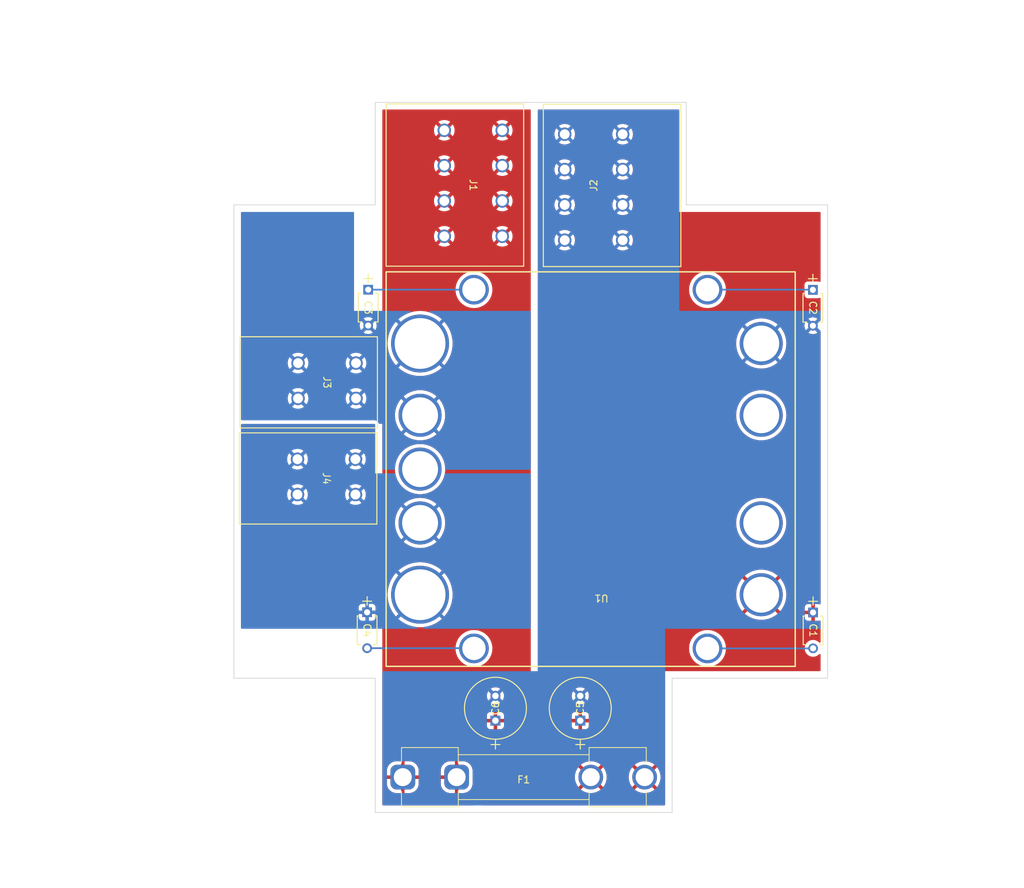
<source format=kicad_pcb>
(kicad_pcb (version 20221018) (generator pcbnew)

  (general
    (thickness 1.6)
  )

  (paper "A4")
  (layers
    (0 "F.Cu" signal)
    (31 "B.Cu" signal)
    (32 "B.Adhes" user "B.Adhesive")
    (33 "F.Adhes" user "F.Adhesive")
    (34 "B.Paste" user)
    (35 "F.Paste" user)
    (36 "B.SilkS" user "B.Silkscreen")
    (37 "F.SilkS" user "F.Silkscreen")
    (38 "B.Mask" user)
    (39 "F.Mask" user)
    (40 "Dwgs.User" user "User.Drawings")
    (41 "Cmts.User" user "User.Comments")
    (42 "Eco1.User" user "User.Eco1")
    (43 "Eco2.User" user "User.Eco2")
    (44 "Edge.Cuts" user)
    (45 "Margin" user)
    (46 "B.CrtYd" user "B.Courtyard")
    (47 "F.CrtYd" user "F.Courtyard")
    (48 "B.Fab" user)
    (49 "F.Fab" user)
    (50 "User.1" user)
    (51 "User.2" user)
    (52 "User.3" user)
    (53 "User.4" user)
    (54 "User.5" user)
    (55 "User.6" user)
    (56 "User.7" user)
    (57 "User.8" user)
    (58 "User.9" user)
  )

  (setup
    (stackup
      (layer "F.SilkS" (type "Top Silk Screen"))
      (layer "F.Paste" (type "Top Solder Paste"))
      (layer "F.Mask" (type "Top Solder Mask") (thickness 0.01))
      (layer "F.Cu" (type "copper") (thickness 0.035))
      (layer "dielectric 1" (type "core") (thickness 1.51) (material "FR4") (epsilon_r 4.5) (loss_tangent 0.02))
      (layer "B.Cu" (type "copper") (thickness 0.035))
      (layer "B.Mask" (type "Bottom Solder Mask") (thickness 0.01))
      (layer "B.Paste" (type "Bottom Solder Paste"))
      (layer "B.SilkS" (type "Bottom Silk Screen"))
      (copper_finish "None")
      (dielectric_constraints no)
    )
    (pad_to_mask_clearance 0.0508)
    (pcbplotparams
      (layerselection 0x0001000_7ffffffe)
      (plot_on_all_layers_selection 0x0020020_00000000)
      (disableapertmacros false)
      (usegerberextensions false)
      (usegerberattributes true)
      (usegerberadvancedattributes true)
      (creategerberjobfile true)
      (dashed_line_dash_ratio 12.000000)
      (dashed_line_gap_ratio 3.000000)
      (svgprecision 4)
      (plotframeref false)
      (viasonmask false)
      (mode 1)
      (useauxorigin false)
      (hpglpennumber 1)
      (hpglpenspeed 20)
      (hpglpendiameter 15.000000)
      (dxfpolygonmode true)
      (dxfimperialunits true)
      (dxfusepcbnewfont true)
      (psnegative false)
      (psa4output false)
      (plotreference true)
      (plotvalue true)
      (plotinvisibletext false)
      (sketchpadsonfab true)
      (subtractmaskfromsilk false)
      (outputformat 4)
      (mirror false)
      (drillshape 0)
      (scaleselection 1)
      (outputdirectory "../../../../../Desktop/PCB_printfiles/")
    )
  )

  (net 0 "")
  (net 1 "Net-(U1-+IN)")
  (net 2 "Net-(U1-M1)")
  (net 3 "Net-(U1-M2)")
  (net 4 "Net-(U1-M4)")
  (net 5 "Net-(U1-M3)")
  (net 6 "unconnected-(U1-PC-Pad2)")
  (net 7 "unconnected-(U1-PR-Pad3)")
  (net 8 "unconnected-(U1-SC-Pad7)")
  (net 9 "Net-(U1--IN)")
  (net 10 "Net-(U1--OUT)")
  (net 11 "Net-(U1-+OUT)")
  (net 12 "Net-(F1-Pad1)")

  (footprint "WAGO 2 Port:CONN_2604-1102_WAG" (layer "F.Cu") (at 119.199999 80 -90))

  (footprint "476_Capacitor:CAP_PAN_8X11.5_PAN" (layer "F.Cu") (at 151 117 90))

  (footprint "WAGO 4 Port:CONN_2604-1104_WAG" (layer "F.Cu") (at 139.966187 33.446487 -90))

  (footprint "472_Capacitor:CAP_C317C_MR_X7R_KEM" (layer "F.Cu") (at 121 56 -90))

  (footprint "472_Capacitor:CAP_C317C_MR_X7R_KEM" (layer "F.Cu") (at 183.907887 56.026372 -90))

  (footprint "476_Capacitor:CAP_PAN_8X11.5_PAN" (layer "F.Cu") (at 139 117 90))

  (footprint "WAGO 2 Port:CONN_2604-1102_WAG" (layer "F.Cu") (at 119.27782 66.393579 -90))

  (footprint "472_Capacitor:CAP_C317C_MR_X7R_KEM" (layer "F.Cu") (at 120.84959 101.667131 -90))

  (footprint "Fuse:Fuseholder_Clip-6.3x32mm_Littelfuse_102_Inline_P34.21x7.62mm_D2.54mm_Horizontal" (layer "F.Cu") (at 125.895 125))

  (footprint "472_Capacitor:CAP_C317C_MR_X7R_KEM" (layer "F.Cu") (at 183.934748 101.687758 -90))

  (footprint "WAGO 4 Port:CONN_2604-1104_WAG" (layer "F.Cu") (at 148.800001 49 90))

  (footprint "Vicor Power Library:DC_DC_Converter_V48B24C250BL" (layer "F.Cu") (at 176.6 99.18 180))

  (gr_line (start 186 44) (end 186 111)
    (stroke (width 0.1) (type default)) (layer "Edge.Cuts") (tstamp 2ea340a4-dd3f-4113-9ee0-046df3245031))
  (gr_line (start 102 111) (end 102 44)
    (stroke (width 0.1) (type default)) (layer "Edge.Cuts") (tstamp 3db73725-ffd1-49f5-a411-729ad9aaae2a))
  (gr_line (start 166 44) (end 186 44)
    (stroke (width 0.1) (type default)) (layer "Edge.Cuts") (tstamp 4b35bbc7-c6b2-486d-bc20-cdfafb956eef))
  (gr_line (start 166 29.5) (end 166 44)
    (stroke (width 0.1) (type default)) (layer "Edge.Cuts") (tstamp 58b7a048-3ee8-49e9-b789-b119ff1cb1f7))
  (gr_line (start 122 111) (end 102 111)
    (stroke (width 0.1) (type default)) (layer "Edge.Cuts") (tstamp 8b5405c2-88c6-4813-9121-c79ec19ef567))
  (gr_line (start 122 44) (end 122 29.5)
    (stroke (width 0.1) (type default)) (layer "Edge.Cuts") (tstamp 930a4be6-2747-4f6f-8b6b-217a97d11807))
  (gr_line (start 122 130) (end 122 111)
    (stroke (width 0.1) (type default)) (layer "Edge.Cuts") (tstamp 93c7299f-38fb-4ce0-93c4-3127495eb492))
  (gr_line (start 164 111) (end 164 130)
    (stroke (width 0.1) (type default)) (layer "Edge.Cuts") (tstamp afc37854-9b40-47dc-a1c3-a820b82c29c1))
  (gr_line (start 102 44) (end 122 44)
    (stroke (width 0.1) (type default)) (layer "Edge.Cuts") (tstamp d3db864f-2559-49a8-aa36-4dada1000174))
  (gr_line (start 186 111) (end 164 111)
    (stroke (width 0.1) (type default)) (layer "Edge.Cuts") (tstamp da121d8d-d0cc-4e07-9565-61c3373a1515))
  (gr_line (start 122 29.5) (end 166 29.5)
    (stroke (width 0.1) (type default)) (layer "Edge.Cuts") (tstamp f3b6da64-b724-49a0-884e-515186d96d3d))
  (gr_line (start 164 130) (end 122 130)
    (stroke (width 0.1) (type default)) (layer "Edge.Cuts") (tstamp f4c4116b-ca82-49ae-83e4-f3bae0a1664d))
  (gr_text "F2: Fuse-,\n	C1+, \n	C5+, C6+,\n	IN+" (at 187 50) (layer "Cmts.User") (tstamp 093c64fb-cef8-45c5-b030-a211a9f68da5)
    (effects (font (size 1 1) (thickness 0.15)) (justify left bottom))
  )
  (gr_text "B1: WAGO2-,\n	C3-, OUT-" (at 87 49) (layer "Cmts.User") (tstamp 42425a7c-fea6-4375-a0c9-224e8dd01607)
    (effects (font (size 1 1) (thickness 0.15)) (justify left bottom))
  )
  (gr_text "B2: WAGO2+,\n	C4+, OUT+" (at 87 80) (layer "Cmts.User") (tstamp 97e2d673-54d5-484c-848c-01a4f958685f)
    (effects (font (size 1 1) (thickness 0.15)) (justify left bottom))
  )
  (gr_text "B3: WAGO4-,\n	C2-\n	C5-, C6-,\n	IN-" (at 165 119) (layer "Cmts.User") (tstamp cad8fd72-412b-4e0a-adef-7d453df799cd)
    (effects (font (size 1 1) (thickness 0.15)) (justify left bottom))
  )
  (gr_text "F1: WAGO4+,\n	Fuse+" (at 123 27) (layer "Cmts.User") (tstamp e2f19d2a-00b2-47c3-8f50-5a15c3a31cc7)
    (effects (font (size 1 1) (thickness 0.15)) (justify left bottom))
  )
  (dimension (type aligned) (layer "Cmts.User") (tstamp 0a9aa318-b2f6-40fd-ace5-0177d5cbdb01)
    (pts (xy 122 111) (xy 122 130))
    (height 47)
    (gr_text "19.0000 mm" (at 73.85 120.5 90) (layer "Cmts.User") (tstamp 0a9aa318-b2f6-40fd-ace5-0177d5cbdb01)
      (effects (font (size 1 1) (thickness 0.15)))
    )
    (format (prefix "") (suffix "") (units 3) (units_format 1) (precision 4))
    (style (thickness 0.15) (arrow_length 1.27) (text_position_mode 0) (extension_height 0.58642) (extension_offset 0.5) keep_text_aligned)
  )
  (dimension (type aligned) (layer "Cmts.User") (tstamp 2d6a856f-aa7e-4c73-ae86-fa70c3d95a4f)
    (pts (xy 122 42) (xy 102 42))
    (height 25)
    (gr_text "20.0000 mm" (at 112 15.85) (layer "Cmts.User") (tstamp 2d6a856f-aa7e-4c73-ae86-fa70c3d95a4f)
      (effects (font (size 1 1) (thickness 0.15)))
    )
    (format (prefix "") (suffix "") (units 3) (units_format 1) (precision 4))
    (style (thickness 0.15) (arrow_length 1.27) (text_position_mode 0) (extension_height 0.58642) (extension_offset 0.5) keep_text_aligned)
  )
  (dimension (type aligned) (layer "Cmts.User") (tstamp 41633a35-b19e-444c-8290-ffadc95a4730)
    (pts (xy 122 111) (xy 164 111))
    (height 29)
    (gr_text "42.0000 mm" (at 143 138.85) (layer "Cmts.User") (tstamp 41633a35-b19e-444c-8290-ffadc95a4730)
      (effects (font (size 1 1) (thickness 0.15)))
    )
    (format (prefix "") (suffix "") (units 3) (units_format 1) (precision 4))
    (style (thickness 0.15) (arrow_length 1.27) (text_position_mode 0) (extension_height 0.58642) (extension_offset 0.5) keep_text_aligned)
  )
  (dimension (type aligned) (layer "Cmts.User") (tstamp 4798a0a7-d3d6-49e3-8e42-efc25541020e)
    (pts (xy 166 29.5) (xy 166 44))
    (height -44)
    (gr_text "14.5000 mm" (at 208.85 36.75 90) (layer "Cmts.User") (tstamp 4798a0a7-d3d6-49e3-8e42-efc25541020e)
      (effects (font (size 1 1) (thickness 0.15)))
    )
    (format (prefix "") (suffix "") (units 3) (units_format 1) (precision 4))
    (style (thickness 0.15) (arrow_length 1.27) (text_position_mode 0) (extension_height 0.58642) (extension_offset 0.5) keep_text_aligned)
  )
  (dimension (type aligned) (layer "Cmts.User") (tstamp 55c8998e-6756-4644-b614-9dfa1c5f6a95)
    (pts (xy 102 44) (xy 102 111))
    (height 26.999999)
    (gr_text "67.0000 mm" (at 73.850001 77.5 90) (layer "Cmts.User") (tstamp 55c8998e-6756-4644-b614-9dfa1c5f6a95)
      (effects (font (size 1 1) (thickness 0.15)))
    )
    (format (prefix "") (suffix "") (units 3) (units_format 1) (precision 4))
    (style (thickness 0.15) (arrow_length 1.27) (text_position_mode 0) (extension_height 0.58642) (extension_offset 0.5) keep_text_aligned)
  )
  (dimension (type aligned) (layer "Cmts.User") (tstamp 7ce0dcca-0551-4e86-8ee8-b0b2d95bbd69)
    (pts (xy 122 42) (xy 166 42))
    (height -25)
    (gr_text "44.0000 mm" (at 144 15.85) (layer "Cmts.User") (tstamp 7ce0dcca-0551-4e86-8ee8-b0b2d95bbd69)
      (effects (font (size 1 1) (thickness 0.15)))
    )
    (format (prefix "") (suffix "") (units 3) (units_format 1) (precision 4))
    (style (thickness 0.15) (arrow_length 1.27) (text_position_mode 0) (extension_height 0.58642) (extension_offset 0.5) keep_text_aligned)
  )
  (dimension (type aligned) (layer "Cmts.User") (tstamp a523731b-4ee0-4efb-a42a-fa318f54cce9)
    (pts (xy 166 42) (xy 186 42))
    (height -25)
    (gr_text "20.0000 mm" (at 176 15.85) (layer "Cmts.User") (tstamp a523731b-4ee0-4efb-a42a-fa318f54cce9)
      (effects (font (size 1 1) (thickness 0.15)))
    )
    (format (prefix "") (suffix "") (units 3) (units_format 1) (precision 4))
    (style (thickness 0.15) (arrow_length 1.27) (text_position_mode 0) (extension_height 0.58642) (extension_offset 0.5) keep_text_aligned)
  )
  (dimension (type aligned) (layer "Cmts.User") (tstamp bf5fe9b0-e959-4b14-a48c-dad48a377440)
    (pts (xy 122 111) (xy 102 111))
    (height -29)
    (gr_text "20.0000 mm" (at 112 138.85) (layer "Cmts.User") (tstamp bf5fe9b0-e959-4b14-a48c-dad48a377440)
      (effects (font (size 1 1) (thickness 0.15)))
    )
    (format (prefix "") (suffix "") (units 3) (units_format 1) (precision 4))
    (style (thickness 0.15) (arrow_length 1.27) (text_position_mode 0) (extension_height 0.58642) (extension_offset 0.5) keep_text_aligned)
  )
  (dimension (type aligned) (layer "Cmts.User") (tstamp dae0107c-4d91-4f7d-9aba-290d11fd8094)
    (pts (xy 186 44) (xy 186 111))
    (height -24)
    (gr_text "67.0000 mm" (at 208.85 77.5 90) (layer "Cmts.User") (tstamp dae0107c-4d91-4f7d-9aba-290d11fd8094)
      (effects (font (size 1 1) (thickness 0.15)))
    )
    (format (prefix "") (suffix "") (units 3) (units_format 1) (precision 4))
    (style (thickness 0.15) (arrow_length 1.27) (text_position_mode 0) (extension_height 0.58642) (extension_offset 0.5) keep_text_aligned)
  )
  (dimension (type aligned) (layer "Cmts.User") (tstamp dfff4614-f6e8-4984-ae1c-99cdc9d94a03)
    (pts (xy 122 29.5) (xy 122 44))
    (height 47)
    (gr_text "14.5000 mm" (at 73.85 36.75 90) (layer "Cmts.User") (tstamp dfff4614-f6e8-4984-ae1c-99cdc9d94a03)
      (effects (font (size 1 1) (thickness 0.15)))
    )
    (format (prefix "") (suffix "") (units 3) (units_format 1) (precision 4))
    (style (thickness 0.15) (arrow_length 1.27) (text_position_mode 0) (extension_height 0.58642) (extension_offset 0.5) keep_text_aligned)
  )
  (dimension (type aligned) (layer "Cmts.User") (tstamp f0470ddd-e1d1-4038-aed1-e63fbe8770fd)
    (pts (xy 164 111) (xy 164 130))
    (height -46)
    (gr_text "19.0000 mm" (at 208.85 120.5 90) (layer "Cmts.User") (tstamp f0470ddd-e1d1-4038-aed1-e63fbe8770fd)
      (effects (font (size 1 1) (thickness 0.15)))
    )
    (format (prefix "") (suffix "") (units 3) (units_format 1) (precision 4))
    (style (thickness 0.15) (arrow_length 1.27) (text_position_mode 0) (extension_height 0.58642) (extension_offset 0.5) keep_text_aligned)
  )
  (dimension (type aligned) (layer "Cmts.User") (tstamp fc9f05f1-09ab-40be-97cf-e1a0a8470b44)
    (pts (xy 164 111) (xy 186 111))
    (height 29)
    (gr_text "22.0000 mm" (at 175 138.85) (layer "Cmts.User") (tstamp fc9f05f1-09ab-40be-97cf-e1a0a8470b44)
      (effects (font (size 1 1) (thickness 0.15)))
    )
    (format (prefix "") (suffix "") (units 3) (units_format 1) (precision 4))
    (style (thickness 0.15) (arrow_length 1.27) (text_position_mode 0) (extension_height 0.58642) (extension_offset 0.5) keep_text_aligned)
  )

  (segment (start 169 106.78) (end 183.922506 106.78) (width 0.25) (layer "B.Cu") (net 2) (tstamp 473479ef-f4d4-4beb-a814-1ea55a74455f))
  (segment (start 183.922506 106.78) (end 183.934748 106.767758) (width 0.25) (layer "B.Cu") (net 2) (tstamp a5d0dec3-4ce4-49e4-80b9-6244eae6db04))
  (segment (start 183.881515 56) (end 183.907887 56.026372) (width 0.25) (layer "B.Cu") (net 3) (tstamp 121cb1ee-6a56-4ae6-90ee-1007f431e61d))
  (segment (start 169 56) (end 183.881515 56) (width 0.25) (layer "B.Cu") (net 3) (tstamp 62592e3a-bb92-4e41-8e7f-c77d734b74b1))
  (segment (start 135.927131 106.747131) (end 135.96 106.78) (width 0.25) (layer "B.Cu") (net 4) (tstamp 9a2de148-2c31-4b75-97f2-bddc522db80a))
  (segment (start 120.84959 106.747131) (end 135.927131 106.747131) (width 0.25) (layer "B.Cu") (net 4) (tstamp c974a37f-12eb-4190-8069-4654435d15c4))
  (segment (start 121 56) (end 135.96 56) (width 0.25) (layer "B.Cu") (net 5) (tstamp fe834338-c366-4dd4-b5f7-0468ea4a3d96))

  (zone (net 12) (net_name "Net-(F1-Pad1)") (layer "F.Cu") (tstamp 6226db6e-2a7e-40b6-95d3-86d1ba3ff0c4) (hatch edge 0.5)
    (priority 1)
    (connect_pads (clearance 0.5))
    (min_thickness 0.25) (filled_areas_thickness no)
    (fill yes (thermal_gap 0.5) (thermal_bridge_width 0.5))
    (polygon
      (pts
        (xy 123 30.5)
        (xy 144 30.5)
        (xy 144 111)
        (xy 136 111)
        (xy 136 129)
        (xy 123 129)
      )
    )
    (filled_polygon
      (layer "F.Cu")
      (pts
        (xy 143.943039 30.519685)
        (xy 143.988794 30.572489)
        (xy 144 30.624)
        (xy 144 110.876)
        (xy 143.980315 110.943039)
        (xy 143.927511 110.988794)
        (xy 143.876 111)
        (xy 136 111)
        (xy 136 123.914158)
        (xy 135.980315 123.981197)
        (xy 135.927511 124.026952)
        (xy 135.858353 124.036896)
        (xy 135.794797 124.007871)
        (xy 135.757023 123.949093)
        (xy 135.754256 123.937704)
        (xy 135.717762 123.749012)
        (xy 135.63512 123.530024)
        (xy 135.51666 123.328158)
        (xy 135.516655 123.328151)
        (xy 135.365788 123.149213)
        (xy 135.365786 123.149211)
        (xy 135.186848 122.998344)
        (xy 135.186841 122.998339)
        (xy 134.984975 122.879879)
        (xy 134.765987 122.797237)
        (xy 134.53619 122.752794)
        (xy 134.483617 122.750001)
        (xy 134.483579 122.75)
        (xy 133.765 122.75)
        (xy 133.765 123.754625)
        (xy 133.629302 123.73)
        (xy 133.457968 123.73)
        (xy 133.287316 123.745359)
        (xy 133.265 123.751517)
        (xy 133.265 122.75)
        (xy 132.546423 122.75)
        (xy 132.546411 122.750001)
        (xy 132.493808 122.752794)
        (xy 132.264012 122.797237)
        (xy 132.045024 122.879879)
        (xy 131.843158 122.998339)
        (xy 131.843151 122.998344)
        (xy 131.664213 123.149211)
        (xy 131.664211 123.149213)
        (xy 131.513344 123.328151)
        (xy 131.513339 123.328158)
        (xy 131.394879 123.530024)
        (xy 131.312237 123.749012)
        (xy 131.267794 123.978808)
        (xy 131.267794 123.978809)
        (xy 131.265001 124.031382)
        (xy 131.265 124.031421)
        (xy 131.265 124.75)
        (xy 132.2694 124.75)
        (xy 132.251407 124.828835)
        (xy 132.241151 125.057209)
        (xy 132.267266 125.25)
        (xy 131.265001 125.25)
        (xy 131.265001 125.968588)
        (xy 131.267794 126.021191)
        (xy 131.312237 126.250987)
        (xy 131.394879 126.469975)
        (xy 131.513339 126.671841)
        (xy 131.513344 126.671848)
        (xy 131.664211 126.850786)
        (xy 131.664213 126.850788)
        (xy 131.843151 127.001655)
        (xy 131.843158 127.00166)
        (xy 132.045024 127.12012)
        (xy 132.264012 127.202762)
        (xy 132.493809 127.247205)
        (xy 132.546382 127.249998)
        (xy 132.546421 127.249999)
        (xy 133.264999 127.249999)
        (xy 133.265 127.249998)
        (xy 133.265 126.245374)
        (xy 133.400698 126.27)
        (xy 133.572032 126.27)
        (xy 133.742684 126.254641)
        (xy 133.765 126.248482)
        (xy 133.765 127.249999)
        (xy 134.483576 127.249999)
        (xy 134.483588 127.249998)
        (xy 134.536191 127.247205)
        (xy 134.765987 127.202762)
        (xy 134.984975 127.12012)
        (xy 135.186841 127.00166)
        (xy 135.186848 127.001655)
        (xy 135.365786 126.850788)
        (xy 135.365788 126.850786)
        (xy 135.516655 126.671848)
        (xy 135.51666 126.671841)
        (xy 135.63512 126.469975)
        (xy 135.717762 126.250987)
        (xy 135.754256 126.062295)
        (xy 135.786312 126.000213)
        (xy 135.846844 125.965318)
        (xy 135.916632 125.968687)
        (xy 135.97352 126.009252)
        (xy 135.999446 126.074134)
        (xy 136 126.085841)
        (xy 136 128.876)
        (xy 135.980315 128.943039)
        (xy 135.927511 128.988794)
        (xy 135.876 129)
        (xy 123.124 129)
        (xy 123.056961 128.980315)
        (xy 123.011206 128.927511)
        (xy 123 128.876)
        (xy 123 124.75)
        (xy 123.645 124.75)
        (xy 124.6494 124.75)
        (xy 124.631407 124.828835)
        (xy 124.621151 125.057209)
        (xy 124.647266 125.25)
        (xy 123.645001 125.25)
        (xy 123.645001 125.968588)
        (xy 123.647794 126.021191)
        (xy 123.692237 126.250987)
        (xy 123.774879 126.469975)
        (xy 123.893339 126.671841)
        (xy 123.893344 126.671848)
        (xy 124.044211 126.850786)
        (xy 124.044213 126.850788)
        (xy 124.223151 127.001655)
        (xy 124.223158 127.00166)
        (xy 124.425024 127.12012)
        (xy 124.644012 127.202762)
        (xy 124.873809 127.247205)
        (xy 124.926382 127.249998)
        (xy 124.926421 127.249999)
        (xy 125.644999 127.249999)
        (xy 125.645 127.249998)
        (xy 125.645 126.245374)
        (xy 125.780698 126.27)
        (xy 125.952032 126.27)
        (xy 126.122684 126.254641)
        (xy 126.145 126.248482)
        (xy 126.145 127.249999)
        (xy 126.863576 127.249999)
        (xy 126.863588 127.249998)
        (xy 126.916191 127.247205)
        (xy 127.145987 127.202762)
        (xy 127.364975 127.12012)
        (xy 127.566841 127.00166)
        (xy 127.566848 127.001655)
        (xy 127.745786 126.850788)
        (xy 127.745788 126.850786)
        (xy 127.896655 126.671848)
        (xy 127.89666 126.671841)
        (xy 128.01512 126.469975)
        (xy 128.097762 126.250987)
        (xy 128.142205 126.021191)
        (xy 128.142205 126.02119)
        (xy 128.144998 125.968617)
        (xy 128.145 125.968578)
        (xy 128.145 125.25)
        (xy 127.1406 125.25)
        (xy 127.158593 125.171165)
        (xy 127.168849 124.942791)
        (xy 127.142734 124.75)
        (xy 128.144999 124.75)
        (xy 128.144999 124.031423)
        (xy 128.144998 124.031411)
        (xy 128.142205 123.978808)
        (xy 128.097762 123.749012)
        (xy 128.01512 123.530024)
        (xy 127.89666 123.328158)
        (xy 127.896655 123.328151)
        (xy 127.745788 123.149213)
        (xy 127.745786 123.149211)
        (xy 127.566848 122.998344)
        (xy 127.566841 122.998339)
        (xy 127.364975 122.879879)
        (xy 127.145987 122.797237)
        (xy 126.91619 122.752794)
        (xy 126.863617 122.750001)
        (xy 126.863579 122.75)
        (xy 126.145 122.75)
        (xy 126.145 123.754625)
        (xy 126.009302 123.73)
        (xy 125.837968 123.73)
        (xy 125.667316 123.745359)
        (xy 125.645 123.751517)
        (xy 125.645 122.75)
        (xy 124.926423 122.75)
        (xy 124.926411 122.750001)
        (xy 124.873808 122.752794)
        (xy 124.644012 122.797237)
        (xy 124.425024 122.879879)
        (xy 124.223158 122.998339)
        (xy 124.223151 122.998344)
        (xy 124.044213 123.149211)
        (xy 124.044211 123.149213)
        (xy 123.893344 123.328151)
        (xy 123.893339 123.328158)
        (xy 123.774879 123.530024)
        (xy 123.692237 123.749012)
        (xy 123.647794 123.978808)
        (xy 123.647794 123.978809)
        (xy 123.645001 124.031382)
        (xy 123.645 124.031421)
        (xy 123.645 124.75)
        (xy 123 124.75)
        (xy 123 106.78)
        (xy 133.354747 106.78)
        (xy 133.373741 107.094023)
        (xy 133.373741 107.094028)
        (xy 133.373742 107.094029)
        (xy 133.430451 107.403478)
        (xy 133.430452 107.403482)
        (xy 133.430453 107.403486)
        (xy 133.524039 107.703816)
        (xy 133.524043 107.703827)
        (xy 133.524044 107.70383)
        (xy 133.524046 107.703835)
        (xy 133.653163 107.990721)
        (xy 133.815919 108.259952)
        (xy 133.815924 108.25996)
        (xy 134.009942 108.507605)
        (xy 134.232394 108.730057)
        (xy 134.480039 108.924075)
        (xy 134.480044 108.924078)
        (xy 134.480048 108.924081)
        (xy 134.749279 109.086837)
        (xy 135.036165 109.215954)
        (xy 135.036175 109.215957)
        (xy 135.036183 109.21596)
        (xy 135.236403 109.27835)
        (xy 135.336522 109.309549)
        (xy 135.645971 109.366258)
        (xy 135.96 109.385253)
        (xy 136.274029 109.366258)
        (xy 136.583478 109.309549)
        (xy 136.883835 109.215954)
        (xy 137.170721 109.086837)
        (xy 137.439952 108.924081)
        (xy 137.687602 108.73006)
        (xy 137.91006 108.507602)
        (xy 138.104081 108.259952)
        (xy 138.266837 107.990721)
        (xy 138.395954 107.703835)
        (xy 138.489549 107.403478)
        (xy 138.546258 107.094029)
        (xy 138.565253 106.78)
        (xy 138.546258 106.465971)
        (xy 138.489549 106.156522)
        (xy 138.395954 105.856165)
        (xy 138.266837 105.569279)
        (xy 138.104081 105.300048)
        (xy 138.104078 105.300044)
        (xy 138.104075 105.300039)
        (xy 137.910057 105.052394)
        (xy 137.687605 104.829942)
        (xy 137.43996 104.635924)
        (xy 137.439952 104.635919)
        (xy 137.170721 104.473163)
        (xy 136.883835 104.344046)
        (xy 136.88383 104.344044)
        (xy 136.883827 104.344043)
        (xy 136.883816 104.344039)
        (xy 136.583486 104.250453)
        (xy 136.583482 104.250452)
        (xy 136.583478 104.250451)
        (xy 136.274029 104.193742)
        (xy 136.274028 104.193741)
        (xy 136.274023 104.193741)
        (xy 135.96 104.174747)
        (xy 135.645976 104.193741)
        (xy 135.645971 104.193742)
        (xy 135.336522 104.250451)
        (xy 135.336519 104.250451)
        (xy 135.336513 104.250453)
        (xy 135.036183 104.344039)
        (xy 135.036172 104.344043)
        (xy 134.749283 104.473161)
        (xy 134.749281 104.473162)
        (xy 134.480039 104.635924)
        (xy 134.232394 104.829942)
        (xy 134.009942 105.052394)
        (xy 133.815924 105.300039)
        (xy 133.653162 105.569281)
        (xy 133.653161 105.569283)
        (xy 133.524043 105.856172)
        (xy 133.524039 105.856183)
        (xy 133.430453 106.156513)
        (xy 133.373741 106.465976)
        (xy 133.354747 106.78)
        (xy 123 106.78)
        (xy 123 99.18)
        (xy 123.734586 99.18)
        (xy 123.754232 99.604934)
        (xy 123.754232 99.60494)
        (xy 123.754233 99.604943)
        (xy 123.813001 100.02624)
        (xy 123.813003 100.026248)
        (xy 123.910394 100.440328)
        (xy 124.045576 100.843661)
        (xy 124.045583 100.843679)
        (xy 124.217393 101.232791)
        (xy 124.217398 101.232801)
        (xy 124.217402 101.23281)
        (xy 124.217406 101.232818)
        (xy 124.217407 101.232819)
        (xy 124.424393 101.60443)
        (xy 124.424396 101.604434)
        (xy 124.424398 101.604438)
        (xy 124.6648 101.955382)
        (xy 124.664802 101.955384)
        (xy 124.664809 101.955394)
        (xy 124.936548 102.282635)
        (xy 124.936558 102.282647)
        (xy 125.237353 102.583442)
        (xy 125.237364 102.583451)
        (xy 125.564605 102.85519)
        (xy 125.564611 102.855194)
        (xy 125.564618 102.8552)
        (xy 125.915562 103.095602)
        (xy 126.28719 103.302598)
        (xy 126.287207 103.302605)
        (xy 126.287208 103.302606)
        (xy 126.67632 103.474416)
        (xy 126.676338 103.474423)
        (xy 126.807811 103.518487)
        (xy 127.079669 103.609605)
        (xy 127.493757 103.706998)
        (xy 127.915066 103.765768)
        (xy 128.34 103.785414)
        (xy 128.764934 103.765768)
        (xy 129.186243 103.706998)
        (xy 129.600331 103.609605)
        (xy 130.003667 103.474421)
        (xy 130.003673 103.474418)
        (xy 130.003679 103.474416)
        (xy 130.172552 103.39985)
        (xy 130.39281 103.302598)
        (xy 130.764438 103.095602)
        (xy 131.115382 102.8552)
        (xy 131.442647 102.583442)
        (xy 131.743442 102.282647)
        (xy 132.0152 101.955382)
        (xy 132.255602 101.604438)
        (xy 132.462598 101.23281)
        (xy 132.634421 100.843667)
        (xy 132.769605 100.440331)
        (xy 132.866998 100.026243)
        (xy 132.925768 99.604934)
        (xy 132.945414 99.18)
        (xy 132.925768 98.755066)
        (xy 132.866998 98.333757)
        (xy 132.769605 97.919669)
        (xy 132.634421 97.516333)
        (xy 132.634416 97.51632)
        (xy 132.462606 97.127208)
        (xy 132.462605 97.127207)
        (xy 132.462598 97.12719)
        (xy 132.255602 96.755562)
        (xy 132.0152 96.404618)
        (xy 132.015194 96.404611)
        (xy 132.01519 96.404605)
        (xy 131.743451 96.077364)
        (xy 131.743442 96.077353)
        (xy 131.442647 95.776558)
        (xy 131.442635 95.776548)
        (xy 131.115394 95.504809)
        (xy 131.115384 95.504802)
        (xy 131.115382 95.5048)
        (xy 130.764438 95.264398)
        (xy 130.764434 95.264396)
        (xy 130.76443 95.264393)
        (xy 130.392819 95.057407)
        (xy 130.392818 95.057406)
        (xy 130.39281 95.057402)
        (xy 130.392801 95.057398)
        (xy 130.392791 95.057393)
        (xy 130.003679 94.885583)
        (xy 130.003661 94.885576)
        (xy 129.600328 94.750394)
        (xy 129.186248 94.653003)
        (xy 129.18624 94.653001)
        (xy 128.764943 94.594233)
        (xy 128.76494 94.594232)
        (xy 128.764934 94.594232)
        (xy 128.34 94.574586)
        (xy 127.915066 94.594232)
        (xy 127.91506 94.594232)
        (xy 127.915056 94.594233)
        (xy 127.493759 94.653001)
        (xy 127.493751 94.653003)
        (xy 127.079671 94.750394)
        (xy 126.676338 94.885576)
        (xy 126.67632 94.885583)
        (xy 126.287208 95.057393)
        (xy 126.28718 95.057407)
        (xy 125.915569 95.264393)
        (xy 125.915563 95.264397)
        (xy 125.564615 95.504802)
        (xy 125.564605 95.504809)
        (xy 125.237364 95.776548)
        (xy 125.237344 95.776566)
        (xy 124.936566 96.077344)
        (xy 124.936548 96.077364)
        (xy 124.664809 96.404605)
        (xy 124.664802 96.404615)
        (xy 124.424397 96.755563)
        (xy 124.424393 96.755569)
        (xy 124.217407 97.12718)
        (xy 124.217393 97.127208)
        (xy 124.045583 97.51632)
        (xy 124.045576 97.516338)
        (xy 123.910394 97.919671)
        (xy 123.813003 98.333751)
        (xy 123.813001 98.333759)
        (xy 123.754233 98.755056)
        (xy 123.754232 98.755066)
        (xy 123.734586 99.18)
        (xy 123 99.18)
        (xy 123 89.02)
        (xy 124.784627 89.02)
        (xy 124.804104 89.391639)
        (xy 124.862319 89.759198)
        (xy 124.862319 89.7592)
        (xy 124.958641 90.118678)
        (xy 125.092006 90.466103)
        (xy 125.260959 90.797691)
        (xy 125.463641 91.109794)
        (xy 125.463643 91.109796)
        (xy 125.697843 91.399009)
        (xy 125.960991 91.662157)
        (xy 125.960995 91.66216)
        (xy 126.250205 91.896358)
        (xy 126.562308 92.09904)
        (xy 126.562313 92.099043)
        (xy 126.8939 92.267995)
        (xy 127.241329 92.401361)
        (xy 127.600796 92.49768)
        (xy 127.968362 92.555896)
        (xy 128.319444 92.574295)
        (xy 128.339999 92.575373)
        (xy 128.34 92.575373)
        (xy 128.340001 92.575373)
        (xy 128.359478 92.574352)
        (xy 128.711638 92.555896)
        (xy 129.079204 92.49768)
        (xy 129.438671 92.401361)
        (xy 129.7861 92.267995)
        (xy 130.117687 92.099043)
        (xy 130.429796 91.896357)
        (xy 130.719009 91.662157)
        (xy 130.982157 91.399009)
        (xy 131.216357 91.109796)
        (xy 131.419043 90.797687)
        (xy 131.587995 90.4661)
        (xy 131.721361 90.118671)
        (xy 131.81768 89.759204)
        (xy 131.875896 89.391638)
        (xy 131.895373 89.02)
        (xy 131.875896 88.648362)
        (xy 131.81768 88.280796)
        (xy 131.721361 87.921329)
        (xy 131.587995 87.5739)
        (xy 131.419043 87.242314)
        (xy 131.216357 86.930204)
        (xy 130.982157 86.640991)
        (xy 130.719009 86.377843)
        (xy 130.429796 86.143643)
        (xy 130.429794 86.143641)
        (xy 130.117691 85.940959)
        (xy 129.786103 85.772006)
        (xy 129.438678 85.638641)
        (xy 129.438671 85.638639)
        (xy 129.079204 85.54232)
        (xy 129.0792 85.542319)
        (xy 129.079199 85.542319)
        (xy 128.711639 85.484104)
        (xy 128.340001 85.464627)
        (xy 128.339999 85.464627)
        (xy 127.96836 85.484104)
        (xy 127.600801 85.542319)
        (xy 127.600799 85.542319)
        (xy 127.241321 85.638641)
        (xy 126.893896 85.772006)
        (xy 126.562309 85.940959)
        (xy 126.250205 86.143641)
        (xy 125.960995 86.377839)
        (xy 125.960987 86.377846)
        (xy 125.697846 86.640987)
        (xy 125.697839 86.640995)
        (xy 125.463641 86.930205)
        (xy 125.260959 87.242309)
        (xy 125.092006 87.573896)
        (xy 124.958641 87.921321)
        (xy 124.862319 88.280799)
        (xy 124.862319 88.280801)
        (xy 124.804104 88.64836)
        (xy 124.784627 89.019999)
        (xy 124.784627 89.02)
        (xy 123 89.02)
        (xy 123 81.4)
        (xy 124.784627 81.4)
        (xy 124.804104 81.771639)
        (xy 124.862319 82.139198)
        (xy 124.862319 82.1392)
        (xy 124.958641 82.498678)
        (xy 125.092006 82.846103)
        (xy 125.260959 83.177691)
        (xy 125.463641 83.489794)
        (xy 125.463643 83.489796)
        (xy 125.697843 83.779009)
        (xy 125.960991 84.042157)
        (xy 125.960995 84.04216)
        (xy 126.250205 84.276358)
        (xy 126.562308 84.47904)
        (xy 126.562313 84.479043)
        (xy 126.8939 84.647995)
        (xy 127.241329 84.781361)
        (xy 127.600796 84.87768)
        (xy 127.968362 84.935896)
        (xy 128.319444 84.954295)
        (xy 128.339999 84.955373)
        (xy 128.34 84.955373)
        (xy 128.340001 84.955373)
        (xy 128.359478 84.954352)
        (xy 128.711638 84.935896)
        (xy 129.079204 84.87768)
        (xy 129.438671 84.781361)
        (xy 129.7861 84.647995)
        (xy 130.117687 84.479043)
        (xy 130.429796 84.276357)
        (xy 130.719009 84.042157)
        (xy 130.982157 83.779009)
        (xy 131.216357 83.489796)
        (xy 131.419043 83.177687)
        (xy 131.587995 82.8461)
        (xy 131.721361 82.498671)
        (xy 131.81768 82.139204)
        (xy 131.875896 81.771638)
        (xy 131.895373 81.4)
        (xy 131.875896 81.028362)
        (xy 131.81768 80.660796)
        (xy 131.721361 80.301329)
        (xy 131.587995 79.9539)
        (xy 131.419043 79.622314)
        (xy 131.216357 79.310204)
        (xy 130.982157 79.020991)
        (xy 130.719009 78.757843)
        (xy 130.429796 78.523643)
        (xy 130.429794 78.523641)
        (xy 130.117691 78.320959)
        (xy 129.786103 78.152006)
        (xy 129.438678 78.018641)
        (xy 129.438671 78.018639)
        (xy 129.079204 77.92232)
        (xy 129.0792 77.922319)
        (xy 129.079199 77.922319)
        (xy 128.711639 77.864104)
        (xy 128.340001 77.844627)
        (xy 128.339999 77.844627)
        (xy 127.96836 77.864104)
        (xy 127.600801 77.922319)
        (xy 127.600799 77.922319)
        (xy 127.241321 78.018641)
        (xy 126.893896 78.152006)
        (xy 126.562309 78.320959)
        (xy 126.250205 78.523641)
        (xy 125.960995 78.757839)
        (xy 125.960987 78.757846)
        (xy 125.697846 79.020987)
        (xy 125.697839 79.020995)
        (xy 125.463641 79.310205)
        (xy 125.260959 79.622309)
        (xy 125.092006 79.953896)
        (xy 124.958641 80.301321)
        (xy 124.862319 80.660799)
        (xy 124.862319 80.660801)
        (xy 124.804104 81.02836)
        (xy 124.784627 81.399999)
        (xy 124.784627 81.4)
        (xy 123 81.4)
        (xy 123 73.78)
        (xy 124.784627 73.78)
        (xy 124.804104 74.151639)
        (xy 124.862319 74.519198)
        (xy 124.862319 74.5192)
        (xy 124.958641 74.878678)
        (xy 125.092006 75.226103)
        (xy 125.260959 75.557691)
        (xy 125.463641 75.869794)
        (xy 125.463643 75.869796)
        (xy 125.697843 76.159009)
        (xy 125.960991 76.422157)
        (xy 125.960995 76.42216)
        (xy 126.250205 76.656358)
        (xy 126.562308 76.85904)
        (xy 126.562313 76.859043)
        (xy 126.8939 77.027995)
        (xy 127.241329 77.161361)
        (xy 127.600796 77.25768)
        (xy 127.968362 77.315896)
        (xy 128.319444 77.334295)
        (xy 128.339999 77.335373)
        (xy 128.34 77.335373)
        (xy 128.340001 77.335373)
        (xy 128.359478 77.334352)
        (xy 128.711638 77.315896)
        (xy 129.079204 77.25768)
        (xy 129.438671 77.161361)
        (xy 129.7861 77.027995)
        (xy 130.117687 76.859043)
        (xy 130.429796 76.656357)
        (xy 130.719009 76.422157)
        (xy 130.982157 76.159009)
        (xy 131.216357 75.869796)
        (xy 131.419043 75.557687)
        (xy 131.587995 75.2261)
        (xy 131.721361 74.878671)
        (xy 131.81768 74.519204)
        (xy 131.875896 74.151638)
        (xy 131.895373 73.78)
        (xy 131.875896 73.408362)
        (xy 131.81768 73.040796)
        (xy 131.721361 72.681329)
        (xy 131.587995 72.3339)
        (xy 131.419043 72.002314)
        (xy 131.216357 71.690204)
        (xy 130.982157 71.400991)
        (xy 130.719009 71.137843)
        (xy 130.429796 70.903643)
        (xy 130.429794 70.903641)
        (xy 130.117691 70.700959)
        (xy 129.786103 70.532006)
        (xy 129.438678 70.398641)
        (xy 129.438671 70.398639)
        (xy 129.079204 70.30232)
        (xy 129.0792 70.302319)
        (xy 129.079199 70.302319)
        (xy 128.711639 70.244104)
        (xy 128.340001 70.224627)
        (xy 128.339999 70.224627)
        (xy 127.96836 70.244104)
        (xy 127.600801 70.302319)
        (xy 127.600799 70.302319)
        (xy 127.241321 70.398641)
        (xy 126.893896 70.532006)
        (xy 126.562309 70.700959)
        (xy 126.250205 70.903641)
        (xy 125.960995 71.137839)
        (xy 125.960987 71.137846)
        (xy 125.697846 71.400987)
        (xy 125.697839 71.400995)
        (xy 125.463641 71.690205)
        (xy 125.260959 72.002309)
        (xy 125.092006 72.333896)
        (xy 124.958641 72.681321)
        (xy 124.862319 73.040799)
        (xy 124.862319 73.040801)
        (xy 124.804104 73.40836)
        (xy 124.784627 73.779999)
        (xy 124.784627 73.78)
        (xy 123 73.78)
        (xy 123 63.62)
        (xy 123.734586 63.62)
        (xy 123.754232 64.044934)
        (xy 123.754232 64.04494)
        (xy 123.754233 64.044943)
        (xy 123.813001 64.46624)
        (xy 123.813003 64.466248)
        (xy 123.910394 64.880328)
        (xy 124.045576 65.283661)
        (xy 124.045583 65.283679)
        (xy 124.217393 65.672791)
        (xy 124.217398 65.672801)
        (xy 124.217402 65.67281)
        (xy 124.217406 65.672818)
        (xy 124.217407 65.672819)
        (xy 124.424393 66.04443)
        (xy 124.424396 66.044434)
        (xy 124.424398 66.044438)
        (xy 124.6648 66.395382)
        (xy 124.664802 66.395384)
        (xy 124.664809 66.395394)
        (xy 124.936548 66.722635)
        (xy 124.936558 66.722647)
        (xy 125.237353 67.023442)
        (xy 125.237364 67.023451)
        (xy 125.564605 67.29519)
        (xy 125.564611 67.295194)
        (xy 125.564618 67.2952)
        (xy 125.915562 67.535602)
        (xy 126.28719 67.742598)
        (xy 126.287207 67.742605)
        (xy 126.287208 67.742606)
        (xy 126.67632 67.914416)
        (xy 126.676338 67.914423)
        (xy 126.807811 67.958487)
        (xy 127.079669 68.049605)
        (xy 127.493757 68.146998)
        (xy 127.915066 68.205768)
        (xy 128.34 68.225414)
        (xy 128.764934 68.205768)
        (xy 129.186243 68.146998)
        (xy 129.600331 68.049605)
        (xy 130.003667 67.914421)
        (xy 130.003673 67.914418)
        (xy 130.003679 67.914416)
        (xy 130.172552 67.83985)
        (xy 130.39281 67.742598)
        (xy 130.764438 67.535602)
        (xy 131.115382 67.2952)
        (xy 131.442647 67.023442)
        (xy 131.743442 66.722647)
        (xy 132.0152 66.395382)
        (xy 132.255602 66.044438)
        (xy 132.462598 65.67281)
        (xy 132.634421 65.283667)
        (xy 132.769605 64.880331)
        (xy 132.866998 64.466243)
        (xy 132.925768 64.044934)
        (xy 132.945414 63.62)
        (xy 132.925768 63.195066)
        (xy 132.866998 62.773757)
        (xy 132.769605 62.359669)
        (xy 132.634421 61.956333)
        (xy 132.634416 61.95632)
        (xy 132.462606 61.567208)
        (xy 132.462605 61.567207)
        (xy 132.462598 61.56719)
        (xy 132.255602 61.195562)
        (xy 132.0152 60.844618)
        (xy 132.015194 60.844611)
        (xy 132.01519 60.844605)
        (xy 131.743451 60.517364)
        (xy 131.743442 60.517353)
        (xy 131.442647 60.216558)
        (xy 131.442635 60.216548)
        (xy 131.115394 59.944809)
        (xy 131.115384 59.944802)
        (xy 131.115382 59.9448)
        (xy 130.764438 59.704398)
        (xy 130.764434 59.704396)
        (xy 130.76443 59.704393)
        (xy 130.392819 59.497407)
        (xy 130.392818 59.497406)
        (xy 130.39281 59.497402)
        (xy 130.392801 59.497398)
        (xy 130.392791 59.497393)
        (xy 130.003679 59.325583)
        (xy 130.003661 59.325576)
        (xy 129.600328 59.190394)
        (xy 129.186248 59.093003)
        (xy 129.18624 59.093001)
        (xy 128.764943 59.034233)
        (xy 128.76494 59.034232)
        (xy 128.764934 59.034232)
        (xy 128.34 59.014586)
        (xy 127.915066 59.034232)
        (xy 127.91506 59.034232)
        (xy 127.915056 59.034233)
        (xy 127.493759 59.093001)
        (xy 127.493751 59.093003)
        (xy 127.079671 59.190394)
        (xy 126.676338 59.325576)
        (xy 126.67632 59.325583)
        (xy 126.287208 59.497393)
        (xy 126.28718 59.497407)
        (xy 125.915569 59.704393)
        (xy 125.915563 59.704397)
        (xy 125.564615 59.944802)
        (xy 125.564605 59.944809)
        (xy 125.237364 60.216548)
        (xy 125.237344 60.216566)
        (xy 124.936566 60.517344)
        (xy 124.936548 60.517364)
        (xy 124.664809 60.844605)
        (xy 124.664802 60.844615)
        (xy 124.424397 61.195563)
        (xy 124.424393 61.195569)
        (xy 124.217407 61.56718)
        (xy 124.217393 61.567208)
        (xy 124.045583 61.95632)
        (xy 124.045576 61.956338)
        (xy 123.910394 62.359671)
        (xy 123.813003 62.773751)
        (xy 123.813001 62.773759)
        (xy 123.754233 63.195056)
        (xy 123.754232 63.195066)
        (xy 123.734586 63.62)
        (xy 123 63.62)
        (xy 123 56)
        (xy 133.354747 56)
        (xy 133.373741 56.314023)
        (xy 133.373741 56.314028)
        (xy 133.373742 56.314029)
        (xy 133.430451 56.623478)
        (xy 133.430452 56.623482)
        (xy 133.430453 56.623486)
        (xy 133.524039 56.923816)
        (xy 133.524043 56.923827)
        (xy 133.524044 56.92383)
        (xy 133.524046 56.923835)
        (xy 133.653163 57.210721)
        (xy 133.815919 57.479952)
        (xy 133.815924 57.47996)
        (xy 134.009942 57.727605)
        (xy 134.232394 57.950057)
        (xy 134.480039 58.144075)
        (xy 134.480044 58.144078)
        (xy 134.480048 58.144081)
        (xy 134.749279 58.306837)
        (xy 135.036165 58.435954)
        (xy 135.036175 58.435957)
        (xy 135.036183 58.43596)
        (xy 135.236403 58.49835)
        (xy 135.336522 58.529549)
        (xy 135.645971 58.586258)
        (xy 135.96 58.605253)
        (xy 136.274029 58.586258)
        (xy 136.583478 58.529549)
        (xy 136.883835 58.435954)
        (xy 137.170721 58.306837)
        (xy 137.439952 58.144081)
        (xy 137.687602 57.95006)
        (xy 137.91006 57.727602)
        (xy 138.104081 57.479952)
        (xy 138.266837 57.210721)
        (xy 138.395954 56.923835)
        (xy 138.489549 56.623478)
        (xy 138.546258 56.314029)
        (xy 138.565253 56)
        (xy 138.546258 55.685971)
        (xy 138.489549 55.376522)
        (xy 138.395954 55.076165)
        (xy 138.266837 54.789279)
        (xy 138.104081 54.520048)
        (xy 138.104078 54.520044)
        (xy 138.104075 54.520039)
        (xy 137.910057 54.272394)
        (xy 137.687605 54.049942)
        (xy 137.43996 53.855924)
        (xy 137.439952 53.855919)
        (xy 137.170721 53.693163)
        (xy 136.883835 53.564046)
        (xy 136.88383 53.564044)
        (xy 136.883827 53.564043)
        (xy 136.883816 53.564039)
        (xy 136.583486 53.470453)
        (xy 136.583482 53.470452)
        (xy 136.583478 53.470451)
        (xy 136.274029 53.413742)
        (xy 136.274028 53.413741)
        (xy 136.274023 53.413741)
        (xy 135.96 53.394747)
        (xy 135.645976 53.413741)
        (xy 135.645971 53.413742)
        (xy 135.336522 53.470451)
        (xy 135.336519 53.470451)
        (xy 135.336513 53.470453)
        (xy 135.036183 53.564039)
        (xy 135.036172 53.564043)
        (xy 134.749283 53.693161)
        (xy 134.749281 53.693162)
        (xy 134.480039 53.855924)
        (xy 134.232394 54.049942)
        (xy 134.009942 54.272394)
        (xy 133.815924 54.520039)
        (xy 133.653162 54.789281)
        (xy 133.653161 54.789283)
        (xy 133.524043 55.076172)
        (xy 133.524039 55.076183)
        (xy 133.430453 55.376513)
        (xy 133.373741 55.685976)
        (xy 133.354747 56)
        (xy 123 56)
        (xy 123 48.446493)
        (xy 130.30871 48.446493)
        (xy 130.328587 48.686377)
        (xy 130.387679 48.919728)
        (xy 130.484373 49.14017)
        (xy 130.577068 49.282051)
        (xy 131.127158 48.731962)
        (xy 131.187112 48.846195)
        (xy 131.299595 48.973163)
        (xy 131.439195 49.069521)
        (xy 131.480893 49.085335)
        (xy 130.929978 49.636249)
        (xy 130.929979 49.63625)
        (xy 130.96902 49.666637)
        (xy 130.969026 49.666641)
        (xy 131.180719 49.781203)
        (xy 131.180733 49.781209)
        (xy 131.408395 49.859367)
        (xy 131.64583 49.898988)
        (xy 131.886546 49.898988)
        (xy 132.12398 49.859367)
        (xy 132.351642 49.781209)
        (xy 132.351656 49.781203)
        (xy 132.563348 49.666642)
        (xy 132.563356 49.666637)
        (xy 132.602395 49.63625)
        (xy 132.602396 49.636248)
        (xy 132.051483 49.085335)
        (xy 132.093181 49.069521)
        (xy 132.232781 48.973163)
        (xy 132.345264 48.846195)
        (xy 132.405217 48.731964)
        (xy 132.955305 49.282052)
        (xy 133.048003 49.140167)
        (xy 133.144696 48.919728)
        (xy 133.203788 48.686377)
        (xy 133.223666 48.446493)
        (xy 138.508709 48.446493)
        (xy 138.528586 48.686377)
        (xy 138.587678 48.919728)
        (xy 138.684372 49.14017)
        (xy 138.777067 49.282051)
        (xy 139.327157 48.731962)
        (xy 139.387111 48.846195)
        (xy 139.499594 48.973163)
        (xy 139.639194 49.069521)
        (xy 139.680892 49.085335)
        (xy 139.129977 49.636249)
        (xy 139.129978 49.63625)
        (xy 139.169019 49.666637)
        (xy 139.169025 49.666641)
        (xy 139.380718 49.781203)
        (xy 139.380732 49.781209)
        (xy 139.608394 49.859367)
        (xy 139.845829 49.898988)
        (xy 140.086545 49.898988)
        (xy 140.323979 49.859367)
        (xy 140.551641 49.781209)
        (xy 140.551655 49.781203)
        (xy 140.763347 49.666642)
        (xy 140.763355 49.666637)
        (xy 140.802394 49.63625)
        (xy 140.802395 49.636248)
        (xy 140.251482 49.085335)
        (xy 140.29318 49.069521)
        (xy 140.43278 48.973163)
        (xy 140.545263 48.846195)
        (xy 140.605216 48.731964)
        (xy 141.155304 49.282052)
        (xy 141.248002 49.140167)
        (xy 141.344695 48.919728)
        (xy 141.403787 48.686377)
        (xy 141.423665 48.446493)
        (xy 141.423665 48.446482)
        (xy 141.403787 48.206598)
        (xy 141.344695 47.973247)
        (xy 141.248002 47.752808)
        (xy 141.155304 47.610922)
        (xy 140.605215 48.161011)
        (xy 140.545263 48.046781)
        (xy 140.43278 47.919813)
        (xy 140.29318 47.823455)
        (xy 140.25148 47.80764)
        (xy 140.802395 47.256725)
        (xy 140.802395 47.256724)
        (xy 140.763353 47.226337)
        (xy 140.763348 47.226334)
        (xy 140.551655 47.111772)
        (xy 140.551641 47.111766)
        (xy 140.323979 47.033608)
        (xy 140.086545 46.993988)
        (xy 139.845829 46.993988)
        (xy 139.608394 47.033608)
        (xy 139.380732 47.111766)
        (xy 139.380718 47.111772)
        (xy 139.169024 47.226334)
        (xy 139.169013 47.226341)
        (xy 139.129978 47.256723)
        (xy 139.129978 47.256725)
        (xy 139.680893 47.80764)
        (xy 139.639194 47.823455)
        (xy 139.499594 47.919813)
        (xy 139.387111 48.046781)
        (xy 139.327157 48.161012)
        (xy 138.777068 47.610923)
        (xy 138.684372 47.752805)
        (xy 138.587678 47.973247)
        (xy 138.528586 48.206598)
        (xy 138.508709 48.446482)
        (xy 138.508709 48.446493)
        (xy 133.223666 48.446493)
        (xy 133.223666 48.446482)
        (xy 133.203788 48.206598)
        (xy 133.144696 47.973247)
        (xy 133.048003 47.752808)
        (xy 132.955305 47.610922)
        (xy 132.405216 48.161011)
        (xy 132.345264 48.046781)
        (xy 132.232781 47.919813)
        (xy 132.093181 47.823455)
        (xy 132.051481 47.80764)
        (xy 132.602396 47.256725)
        (xy 132.602396 47.256724)
        (xy 132.563354 47.226337)
        (xy 132.563349 47.226334)
        (xy 132.351656 47.111772)
        (xy 132.351642 47.111766)
        (xy 132.12398 47.033608)
        (xy 131.886546 46.993988)
        (xy 131.64583 46.993988)
        (xy 131.408395 47.033608)
        (xy 131.180733 47.111766)
        (xy 131.180719 47.111772)
        (xy 130.969025 47.226334)
        (xy 130.969014 47.226341)
        (xy 130.929979 47.256723)
        (xy 130.929979 47.256725)
        (xy 131.480894 47.80764)
        (xy 131.439195 47.823455)
        (xy 131.299595 47.919813)
        (xy 131.187112 48.046781)
        (xy 131.127158 48.161012)
        (xy 130.577069 47.610923)
        (xy 130.484373 47.752805)
        (xy 130.387679 47.973247)
        (xy 130.328587 48.206598)
        (xy 130.30871 48.446482)
        (xy 130.30871 48.446493)
        (xy 123 48.446493)
        (xy 123 43.446492)
        (xy 130.30871 43.446492)
        (xy 130.328587 43.686376)
        (xy 130.387679 43.919727)
        (xy 130.484373 44.140169)
        (xy 130.577068 44.28205)
        (xy 131.127158 43.731961)
        (xy 131.187112 43.846194)
        (xy 131.299595 43.973162)
        (xy 131.439195 44.06952)
        (xy 131.480893 44.085334)
        (xy 130.929978 44.636248)
        (xy 130.929979 44.636249)
        (xy 130.96902 44.666636)
        (xy 130.969026 44.66664)
        (xy 131.180719 44.781202)
        (xy 131.180733 44.781208)
        (xy 131.408395 44.859366)
        (xy 131.64583 44.898987)
        (xy 131.886546 44.898987)
        (xy 132.12398 44.859366)
        (xy 132.351642 44.781208)
        (xy 132.351656 44.781202)
        (xy 132.563348 44.666641)
        (xy 132.563356 44.666636)
        (xy 132.602395 44.636249)
        (xy 132.602396 44.636247)
        (xy 132.051483 44.085334)
        (xy 132.093181 44.06952)
        (xy 132.232781 43.973162)
        (xy 132.345264 43.846194)
        (xy 132.405217 43.731963)
        (xy 132.955305 44.282051)
        (xy 133.048003 44.140166)
        (xy 133.144696 43.919727)
        (xy 133.203788 43.686376)
        (xy 133.223666 43.446492)
        (xy 138.508709 43.446492)
        (xy 138.528586 43.686376)
        (xy 138.587678 43.919727)
        (xy 138.684372 44.140169)
        (xy 138.777067 44.28205)
        (xy 139.327157 43.731961)
        (xy 139.387111 43.846194)
        (xy 139.499594 43.973162)
        (xy 139.639194 44.06952)
        (xy 139.680892 44.085334)
        (xy 139.129977 44.636248)
        (xy 139.129978 44.636249)
        (xy 139.169019 44.666636)
        (xy 139.169025 44.66664)
        (xy 139.380718 44.781202)
        (xy 139.380732 44.781208)
        (xy 139.608394 44.859366)
        (xy 139.845829 44.898987)
        (xy 140.086545 44.898987)
        (xy 140.323979 44.859366)
        (xy 140.551641 44.781208)
        (xy 140.551655 44.781202)
        (xy 140.763347 44.666641)
        (xy 140.763355 44.666636)
        (xy 140.802394 44.636249)
        (xy 140.802395 44.636247)
        (xy 140.251482 44.085334)
        (xy 140.29318 44.06952)
        (xy 140.43278 43.973162)
        (xy 140.545263 43.846194)
        (xy 140.605216 43.731963)
        (xy 141.155304 44.282051)
        (xy 141.248002 44.140166)
        (xy 141.344695 43.919727)
        (xy 141.403787 43.686376)
        (xy 141.423665 43.446492)
        (xy 141.423665 43.446481)
        (xy 141.403787 43.206597)
        (xy 141.344695 42.973246)
        (xy 141.248002 42.752807)
        (xy 141.155304 42.610921)
        (xy 140.605215 43.16101)
        (xy 140.545263 43.04678)
        (xy 140.43278 42.919812)
        (xy 140.29318 42.823454)
        (xy 140.25148 42.807639)
        (xy 140.802395 42.256724)
        (xy 140.802395 42.256723)
        (xy 140.763353 42.226336)
        (xy 140.763348 42.226333)
        (xy 140.551655 42.111771)
        (xy 140.551641 42.111765)
        (xy 140.323979 42.033607)
        (xy 140.086545 41.993987)
        (xy 139.845829 41.993987)
        (xy 139.608394 42.033607)
        (xy 139.380732 42.111765)
        (xy 139.380718 42.111771)
        (xy 139.169024 42.226333)
        (xy 139.169013 42.22634)
        (xy 139.129978 42.256722)
        (xy 139.129978 42.256724)
        (xy 139.680893 42.807639)
        (xy 139.639194 42.823454)
        (xy 139.499594 42.919812)
        (xy 139.387111 43.04678)
        (xy 139.327157 43.161011)
        (xy 138.777068 42.610922)
        (xy 138.684372 42.752804)
        (xy 138.587678 42.973246)
        (xy 138.528586 43.206597)
        (xy 138.508709 43.446481)
        (xy 138.508709 43.446492)
        (xy 133.223666 43.446492)
        (xy 133.223666 43.446481)
        (xy 133.203788 43.206597)
        (xy 133.144696 42.973246)
        (xy 133.048003 42.752807)
        (xy 132.955305 42.610921)
        (xy 132.405216 43.16101)
        (xy 132.345264 43.04678)
        (xy 132.232781 42.919812)
        (xy 132.093181 42.823454)
        (xy 132.051481 42.807639)
        (xy 132.602396 42.256724)
        (xy 132.602396 42.256723)
        (xy 132.563354 42.226336)
        (xy 132.563349 42.226333)
        (xy 132.351656 42.111771)
        (xy 132.351642 42.111765)
        (xy 132.12398 42.033607)
        (xy 131.886546 41.993987)
        (xy 131.64583 41.993987)
        (xy 131.408395 42.033607)
        (xy 131.180733 42.111765)
        (xy 131.180719 42.111771)
        (xy 130.969025 42.226333)
        (xy 130.969014 42.22634)
        (xy 130.929979 42.256722)
        (xy 130.929979 42.256724)
        (xy 131.480894 42.807639)
        (xy 131.439195 42.823454)
        (xy 131.299595 42.919812)
        (xy 131.187112 43.04678)
        (xy 131.127158 43.161011)
        (xy 130.577069 42.610922)
        (xy 130.484373 42.752804)
        (xy 130.387679 42.973246)
        (xy 130.328587 43.206597)
        (xy 130.30871 43.446481)
        (xy 130.30871 43.446492)
        (xy 123 43.446492)
        (xy 123 38.446492)
        (xy 130.30871 38.446492)
        (xy 130.328587 38.686376)
        (xy 130.387679 38.919727)
        (xy 130.484373 39.140169)
        (xy 130.577068 39.28205)
        (xy 131.127158 38.731961)
        (xy 131.187112 38.846194)
        (xy 131.299595 38.973162)
        (xy 131.439195 39.06952)
        (xy 131.480893 39.085334)
        (xy 130.929978 39.636248)
        (xy 130.929979 39.636249)
        (xy 130.96902 39.666636)
        (xy 130.969026 39.66664)
        (xy 131.180719 39.781202)
        (xy 131.180733 39.781208)
        (xy 131.408395 39.859366)
        (xy 131.64583 39.898987)
        (xy 131.886546 39.898987)
        (xy 132.12398 39.859366)
        (xy 132.351642 39.781208)
        (xy 132.351656 39.781202)
        (xy 132.563348 39.666641)
        (xy 132.563356 39.666636)
        (xy 132.602395 39.636249)
        (xy 132.602396 39.636247)
        (xy 132.051483 39.085334)
        (xy 132.093181 39.06952)
        (xy 132.232781 38.973162)
        (xy 132.345264 38.846194)
        (xy 132.405217 38.731963)
        (xy 132.955305 39.282051)
        (xy 133.048003 39.140166)
        (xy 133.144696 38.919727)
        (xy 133.203788 38.686376)
        (xy 133.223666 38.446492)
        (xy 138.508709 38.446492)
        (xy 138.528586 38.686376)
        (xy 138.587678 38.919727)
        (xy 138.684372 39.140169)
        (xy 138.777067 39.28205)
        (xy 139.327157 38.731961)
        (xy 139.387111 38.846194)
        (xy 139.499594 38.973162)
        (xy 139.639194 39.06952)
        (xy 139.680892 39.085334)
        (xy 139.129977 39.636248)
        (xy 139.129978 39.636249)
        (xy 139.169019 39.666636)
        (xy 139.169025 39.66664)
        (xy 139.380718 39.781202)
        (xy 139.380732 39.781208)
        (xy 139.608394 39.859366)
        (xy 139.845829 39.898987)
        (xy 140.086545 39.898987)
        (xy 140.323979 39.859366)
        (xy 140.551641 39.781208)
        (xy 140.551655 39.781202)
        (xy 140.763347 39.666641)
        (xy 140.763355 39.666636)
        (xy 140.802394 39.636249)
        (xy 140.802395 39.636247)
        (xy 140.251482 39.085334)
        (xy 140.29318 39.06952)
        (xy 140.43278 38.973162)
        (xy 140.545263 38.846194)
        (xy 140.605216 38.731963)
        (xy 141.155304 39.282051)
        (xy 141.248002 39.140166)
        (xy 141.344695 38.919727)
        (xy 141.403787 38.686376)
        (xy 141.423665 38.446492)
        (xy 141.423665 38.446481)
        (xy 141.403787 38.206597)
        (xy 141.344695 37.973246)
        (xy 141.248002 37.752807)
        (xy 141.155304 37.610921)
        (xy 140.605215 38.16101)
        (xy 140.545263 38.04678)
        (xy 140.43278 37.919812)
        (xy 140.29318 37.823454)
        (xy 140.25148 37.807639)
        (xy 140.802395 37.256724)
        (xy 140.802395 37.256723)
        (xy 140.763353 37.226336)
        (xy 140.763348 37.226333)
        (xy 140.551655 37.111771)
        (xy 140.551641 37.111765)
        (xy 140.323979 37.033607)
        (xy 140.086545 36.993987)
        (xy 139.845829 36.993987)
        (xy 139.608394 37.033607)
        (xy 139.380732 37.111765)
        (xy 139.380718 37.111771)
        (xy 139.169024 37.226333)
        (xy 139.169013 37.22634)
        (xy 139.129978 37.256722)
        (xy 139.129978 37.256724)
        (xy 139.680893 37.807639)
        (xy 139.639194 37.823454)
        (xy 139.499594 37.919812)
        (xy 139.387111 38.04678)
        (xy 139.327157 38.161011)
        (xy 138.777068 37.610922)
        (xy 138.684372 37.752804)
        (xy 138.587678 37.973246)
        (xy 138.528586 38.206597)
        (xy 138.508709 38.446481)
        (xy 138.508709 38.446492)
        (xy 133.223666 38.446492)
        (xy 133.223666 38.446481)
        (xy 133.203788 38.206597)
        (xy 133.144696 37.973246)
        (xy 133.048003 37.752807)
        (xy 132.955305 37.610921)
        (xy 132.405216 38.16101)
        (xy 132.345264 38.04678)
        (xy 132.232781 37.919812)
        (xy 132.093181 37.823454)
        (xy 132.051481 37.807639)
        (xy 132.602396 37.256724)
        (xy 132.602396 37.256723)
        (xy 132.563354 37.226336)
        (xy 132.563349 37.226333)
        (xy 132.351656 37.111771)
        (xy 132.351642 37.111765)
        (xy 132.12398 37.033607)
        (xy 131.886546 36.993987)
        (xy 131.64583 36.993987)
        (xy 131.408395 37.033607)
        (xy 131.180733 37.111765)
        (xy 131.180719 37.111771)
        (xy 130.969025 37.226333)
        (xy 130.969014 37.22634)
        (xy 130.929979 37.256722)
        (xy 130.929979 37.256724)
        (xy 131.480894 37.807639)
        (xy 131.439195 37.823454)
        (xy 131.299595 37.919812)
        (xy 131.187112 38.04678)
        (xy 131.127158 38.161011)
        (xy 130.577069 37.610922)
        (xy 130.484373 37.752804)
        (xy 130.387679 37.973246)
        (xy 130.328587 38.206597)
        (xy 130.30871 38.446481)
        (xy 130.30871 38.446492)
        (xy 123 38.446492)
        (xy 123 33.446492)
        (xy 130.30871 33.446492)
        (xy 130.328587 33.686376)
        (xy 130.387679 33.919727)
        (xy 130.484373 34.140169)
        (xy 130.577068 34.28205)
        (xy 131.127158 33.731961)
        (xy 131.187112 33.846194)
        (xy 131.299595 33.973162)
        (xy 131.439195 34.06952)
        (xy 131.480893 34.085334)
        (xy 130.929978 34.636248)
        (xy 130.929979 34.636249)
        (xy 130.96902 34.666636)
        (xy 130.969026 34.66664)
        (xy 131.180719 34.781202)
        (xy 131.180733 34.781208)
        (xy 131.408395 34.859366)
        (xy 131.64583 34.898987)
        (xy 131.886546 34.898987)
        (xy 132.12398 34.859366)
        (xy 132.351642 34.781208)
        (xy 132.351656 34.781202)
        (xy 132.563348 34.666641)
        (xy 132.563356 34.666636)
        (xy 132.602395 34.636249)
        (xy 132.602396 34.636247)
        (xy 132.051483 34.085334)
        (xy 132.093181 34.06952)
        (xy 132.232781 33.973162)
        (xy 132.345264 33.846194)
        (xy 132.405217 33.731963)
        (xy 132.955305 34.282051)
        (xy 133.048003 34.140166)
        (xy 133.144696 33.919727)
        (xy 133.203788 33.686376)
        (xy 133.223666 33.446492)
        (xy 138.508709 33.446492)
        (xy 138.528586 33.686376)
        (xy 138.587678 33.919727)
        (xy 138.684372 34.140169)
        (xy 138.777067 34.28205)
        (xy 139.327157 33.731961)
        (xy 139.387111 33.846194)
        (xy 139.499594 33.973162)
        (xy 139.639194 34.06952)
        (xy 139.680892 34.085334)
        (xy 139.129977 34.636248)
        (xy 139.129978 34.636249)
        (xy 139.169019 34.666636)
        (xy 139.169025 34.66664)
        (xy 139.380718 34.781202)
        (xy 139.380732 34.781208)
        (xy 139.608394 34.859366)
        (xy 139.845829 34.898987)
        (xy 140.086545 34.898987)
        (xy 140.323979 34.859366)
        (xy 140.551641 34.781208)
        (xy 140.551655 34.781202)
        (xy 140.763347 34.666641)
        (xy 140.763355 34.666636)
        (xy 140.802394 34.636249)
        (xy 140.802395 34.636247)
        (xy 140.251482 34.085334)
        (xy 140.29318 34.06952)
        (xy 140.43278 33.973162)
        (xy 140.545263 33.846194)
        (xy 140.605216 33.731963)
        (xy 141.155304 34.282051)
        (xy 141.248002 34.140166)
        (xy 141.344695 33.919727)
        (xy 141.403787 33.686376)
        (xy 141.423665 33.446492)
        (xy 141.423665 33.446481)
        (xy 141.403787 33.206597)
        (xy 141.344695 32.973246)
        (xy 141.248002 32.752807)
        (xy 141.155304 32.610921)
        (xy 140.605215 33.16101)
        (xy 140.545263 33.04678)
        (xy 140.43278 32.919812)
        (xy 140.29318 32.823454)
        (xy 140.25148 32.807639)
        (xy 140.802395 32.256724)
        (xy 140.802395 32.256723)
        (xy 140.763353 32.226336)
        (xy 140.763348 32.226333)
        (xy 140.551655 32.111771)
        (xy 140.551641 32.111765)
        (xy 140.323979 32.033607)
        (xy 140.086545 31.993987)
        (xy 139.845829 31.993987)
        (xy 139.608394 32.033607)
        (xy 139.380732 32.111765)
        (xy 139.380718 32.111771)
        (xy 139.169024 32.226333)
        (xy 139.169013 32.22634)
        (xy 139.129978 32.256722)
        (xy 139.129978 32.256724)
        (xy 139.680893 32.807639)
        (xy 139.639194 32.823454)
        (xy 139.499594 32.919812)
        (xy 139.387111 33.04678)
        (xy 139.327157 33.161011)
        (xy 138.777068 32.610922)
        (xy 138.684372 32.752804)
        (xy 138.587678 32.973246)
        (xy 138.528586 33.206597)
        (xy 138.508709 33.446481)
        (xy 138.508709 33.446492)
        (xy 133.223666 33.446492)
        (xy 133.223666 33.446481)
        (xy 133.203788 33.206597)
        (xy 133.144696 32.973246)
        (xy 133.048003 32.752807)
        (xy 132.955305 32.610921)
        (xy 132.405216 33.16101)
        (xy 132.345264 33.04678)
        (xy 132.232781 32.919812)
        (xy 132.093181 32.823454)
        (xy 132.051481 32.807639)
        (xy 132.602396 32.256724)
        (xy 132.602396 32.256723)
        (xy 132.563354 32.226336)
        (xy 132.563349 32.226333)
        (xy 132.351656 32.111771)
        (xy 132.351642 32.111765)
        (xy 132.12398 32.033607)
        (xy 131.886546 31.993987)
        (xy 131.64583 31.993987)
        (xy 131.408395 32.033607)
        (xy 131.180733 32.111765)
        (xy 131.180719 32.111771)
        (xy 130.969025 32.226333)
        (xy 130.969014 32.22634)
        (xy 130.929979 32.256722)
        (xy 130.929979 32.256724)
        (xy 131.480894 32.807639)
        (xy 131.439195 32.823454)
        (xy 131.299595 32.919812)
        (xy 131.187112 33.04678)
        (xy 131.127158 33.161011)
        (xy 130.577069 32.610922)
        (xy 130.484373 32.752804)
        (xy 130.387679 32.973246)
        (xy 130.328587 33.206597)
        (xy 130.30871 33.446481)
        (xy 130.30871 33.446492)
        (xy 123 33.446492)
        (xy 123 30.624)
        (xy 123.019685 30.556961)
        (xy 123.072489 30.511206)
        (xy 123.124 30.5)
        (xy 143.876 30.5)
      )
    )
  )
  (zone (net 1) (net_name "Net-(U1-+IN)") (layer "F.Cu") (tstamp bead850f-39c8-4346-9be4-e7183f90bdb6) (hatch edge 0.5)
    (connect_pads (clearance 0.5))
    (min_thickness 0.25) (filled_areas_thickness no)
    (fill yes (thermal_gap 0.5) (thermal_bridge_width 0.5))
    (polygon
      (pts
        (xy 145 112)
        (xy 137 112)
        (xy 137 129)
        (xy 163 129)
        (xy 163 110)
        (xy 185 110)
        (xy 185 45)
        (xy 165 45)
        (xy 165 30.5)
        (xy 145 30.5)
      )
    )
    (filled_polygon
      (layer "F.Cu")
      (pts
        (xy 164.943039 30.519685)
        (xy 164.988794 30.572489)
        (xy 165 30.624)
        (xy 165 45)
        (xy 184.876 45)
        (xy 184.943039 45.019685)
        (xy 184.988794 45.072489)
        (xy 185 45.124)
        (xy 185 54.779343)
        (xy 184.980315 54.846382)
        (xy 184.927511 54.892137)
        (xy 184.858353 54.902081)
        (xy 184.832668 54.895525)
        (xy 184.701172 54.846481)
        (xy 184.70117 54.84648)
        (xy 184.64157 54.840073)
        (xy 184.641568 54.840072)
        (xy 184.64156 54.840072)
        (xy 184.641551 54.840072)
        (xy 183.174216 54.840072)
        (xy 183.17421 54.840073)
        (xy 183.114603 54.84648)
        (xy 182.979758 54.896774)
        (xy 182.979751 54.896778)
        (xy 182.864542 54.983024)
        (xy 182.864539 54.983027)
        (xy 182.778293 55.098236)
        (xy 182.778289 55.098243)
        (xy 182.727995 55.233089)
        (xy 182.721588 55.292688)
        (xy 182.721587 55.292707)
        (xy 182.721587 56.760042)
        (xy 182.721588 56.760048)
        (xy 182.727995 56.819655)
        (xy 182.778289 56.9545)
        (xy 182.778293 56.954507)
        (xy 182.864539 57.069716)
        (xy 182.864542 57.069719)
        (xy 182.979751 57.155965)
        (xy 182.979758 57.155969)
        (xy 183.114604 57.206263)
        (xy 183.114603 57.206263)
        (xy 183.121531 57.207007)
        (xy 183.174214 57.212672)
        (xy 184.641559 57.212671)
        (xy 184.70117 57.206263)
        (xy 184.832667 57.157218)
        (xy 184.902359 57.152234)
        (xy 184.963682 57.185719)
        (xy 184.997166 57.247042)
        (xy 185 57.2734)
        (xy 185 60.215873)
        (xy 184.980315 60.282912)
        (xy 184.927511 60.328667)
        (xy 184.858353 60.338611)
        (xy 184.794797 60.309586)
        (xy 184.792462 60.307511)
        (xy 184.765478 60.282912)
        (xy 184.625855 60.155629)
        (xy 184.600788 60.140108)
        (xy 184.438933 60.039891)
        (xy 184.438931 60.03989)
        (xy 184.368169 60.012477)
        (xy 184.233924 59.96047)
        (xy 184.017814 59.920072)
        (xy 183.79796 59.920072)
        (xy 183.58185 59.96047)
        (xy 183.524606 59.982646)
        (xy 183.376842 60.03989)
        (xy 183.37684 60.039891)
        (xy 183.189923 60.155626)
        (xy 183.189921 60.155627)
        (xy 183.189919 60.155629)
        (xy 183.098861 60.238639)
        (xy 183.027444 60.303744)
        (xy 182.894955 60.479187)
        (xy 182.89495 60.479195)
        (xy 182.796956 60.675992)
        (xy 182.73679 60.887458)
        (xy 182.716505 61.106372)
        (xy 182.73679 61.325285)
        (xy 182.796956 61.536751)
        (xy 182.89495 61.733548)
        (xy 182.894955 61.733556)
        (xy 182.961199 61.821277)
        (xy 183.027445 61.909001)
        (xy 183.189919 62.057115)
        (xy 183.376842 62.172853)
        (xy 183.58185 62.252274)
        (xy 183.79796 62.292672)
        (xy 183.797962 62.292672)
        (xy 184.017812 62.292672)
        (xy 184.017814 62.292672)
        (xy 184.233924 62.252274)
        (xy 184.438932 62.172853)
        (xy 184.625855 62.057115)
        (xy 184.788329 61.909001)
        (xy 184.788329 61.908999)
        (xy 184.792462 61.905233)
        (xy 184.855266 61.874616)
        (xy 184.924653 61.882814)
        (xy 184.978593 61.927224)
        (xy 184.999961 61.993746)
        (xy 185 61.99687)
        (xy 185 100.431244)
        (xy 184.980315 100.498283)
        (xy 184.927511 100.544038)
        (xy 184.858353 100.553982)
        (xy 184.832667 100.547426)
        (xy 184.727928 100.508361)
        (xy 184.72792 100.508359)
        (xy 184.668392 100.501958)
        (xy 184.184748 100.501958)
        (xy 184.184748 101.335596)
        (xy 184.124215 101.294326)
        (xy 183.999831 101.255958)
        (xy 183.902391 101.255958)
        (xy 183.806035 101.270481)
        (xy 183.688759 101.326959)
        (xy 183.684748 101.33068)
        (xy 183.684748 100.501958)
        (xy 183.201103 100.501958)
        (xy 183.141575 100.508359)
        (xy 183.141568 100.508361)
        (xy 183.006861 100.558603)
        (xy 183.006854 100.558607)
        (xy 182.89176 100.644767)
        (xy 182.891757 100.64477)
        (xy 182.805597 100.759864)
        (xy 182.805593 100.759871)
        (xy 182.755351 100.894578)
        (xy 182.755349 100.894585)
        (xy 182.748948 100.954113)
        (xy 182.748948 101.437758)
        (xy 183.580486 101.437758)
        (xy 183.528257 101.528222)
        (xy 183.499292 101.655125)
        (xy 183.509019 101.784928)
        (xy 183.556575 101.906096)
        (xy 183.581824 101.937758)
        (xy 182.748948 101.937758)
        (xy 182.748948 102.421402)
        (xy 182.755349 102.48093)
        (xy 182.755351 102.480937)
        (xy 182.805593 102.615644)
        (xy 182.805597 102.615651)
        (xy 182.891757 102.730745)
        (xy 182.89176 102.730748)
        (xy 183.006854 102.816908)
        (xy 183.006861 102.816912)
        (xy 183.141568 102.867154)
        (xy 183.141575 102.867156)
        (xy 183.201103 102.873557)
        (xy 183.20112 102.873558)
        (xy 183.684748 102.873558)
        (xy 183.684748 102.039919)
        (xy 183.745281 102.08119)
        (xy 183.869665 102.119558)
        (xy 183.967105 102.119558)
        (xy 184.063461 102.105035)
        (xy 184.180737 102.048557)
        (xy 184.184748 102.044835)
        (xy 184.184748 102.873558)
        (xy 184.668376 102.873558)
        (xy 184.668392 102.873557)
        (xy 184.72792 102.867156)
        (xy 184.727924 102.867155)
        (xy 184.832666 102.828089)
        (xy 184.902358 102.823105)
        (xy 184.963681 102.85659)
        (xy 184.997166 102.917913)
        (xy 185 102.944271)
        (xy 185 105.852772)
        (xy 184.980315 105.919811)
        (xy 184.927511 105.965566)
        (xy 184.858353 105.97551)
        (xy 184.794797 105.946485)
        (xy 184.792462 105.94441)
        (xy 184.765478 105.919811)
        (xy 184.652716 105.817015)
        (xy 184.627649 105.801494)
        (xy 184.465794 105.701277)
        (xy 184.465792 105.701276)
        (xy 184.39503 105.673863)
        (xy 184.260785 105.621856)
        (xy 184.044675 105.581458)
        (xy 183.824821 105.581458)
        (xy 183.608711 105.621856)
        (xy 183.551467 105.644032)
        (xy 183.403703 105.701276)
        (xy 183.403701 105.701277)
        (xy 183.216784 105.817012)
        (xy 183.216782 105.817013)
        (xy 183.21678 105.817015)
        (xy 183.173827 105.856172)
        (xy 183.054305 105.96513)
        (xy 182.921816 106.140573)
        (xy 182.921811 106.140581)
        (xy 182.823817 106.337378)
        (xy 182.763651 106.548844)
        (xy 182.743366 106.767758)
        (xy 182.763651 106.986671)
        (xy 182.823817 107.198137)
        (xy 182.921811 107.394934)
        (xy 182.921816 107.394942)
        (xy 182.98806 107.482663)
        (xy 183.054306 107.570387)
        (xy 183.21678 107.718501)
        (xy 183.403703 107.834239)
        (xy 183.608711 107.91366)
        (xy 183.824821 107.954058)
        (xy 183.824823 107.954058)
        (xy 184.044673 107.954058)
        (xy 184.044675 107.954058)
        (xy 184.260785 107.91366)
        (xy 184.465793 107.834239)
        (xy 184.652716 107.718501)
        (xy 184.792462 107.591105)
        (xy 184.855266 107.560489)
        (xy 184.924653 107.568687)
        (xy 184.978593 107.613097)
        (xy 184.999961 107.679619)
        (xy 185 107.682743)
        (xy 185 109.876)
        (xy 184.980315 109.943039)
        (xy 184.927511 109.988794)
        (xy 184.876 110)
        (xy 163 110)
        (xy 163 128.876)
        (xy 162.980315 128.943039)
        (xy 162.927511 128.988794)
        (xy 162.876 129)
        (xy 137.124 129)
        (xy 137.056961 128.980315)
        (xy 137.011206 128.927511)
        (xy 137 128.876)
        (xy 137 125)
        (xy 150.230172 125)
        (xy 150.249462 125.294312)
        (xy 150.249464 125.294324)
        (xy 150.307001 125.583584)
        (xy 150.307005 125.583599)
        (xy 150.401812 125.862888)
        (xy 150.532258 126.127406)
        (xy 150.532265 126.127419)
        (xy 150.696123 126.372649)
        (xy 150.725405 126.40604)
        (xy 151.424432 125.707012)
        (xy 151.56334 125.881197)
        (xy 151.735496 126.031604)
        (xy 151.780224 126.058327)
        (xy 151.078958 126.759593)
        (xy 151.11235 126.788876)
        (xy 151.35758 126.952734)
        (xy 151.357593 126.952741)
        (xy 151.622111 127.083187)
        (xy 151.9014 127.177994)
        (xy 151.901415 127.177998)
        (xy 152.190675 127.235535)
        (xy 152.190687 127.235537)
        (xy 152.485 127.254827)
        (xy 152.779312 127.235537)
        (xy 152.779324 127.235535)
        (xy 153.068584 127.177998)
        (xy 153.068599 127.177994)
        (xy 153.347888 127.083187)
        (xy 153.612406 126.952741)
        (xy 153.612419 126.952734)
        (xy 153.857648 126.788877)
        (xy 153.891039 126.759593)
        (xy 153.189444 126.057997)
        (xy 153.323959 125.960266)
        (xy 153.481939 125.795032)
        (xy 153.542237 125.703683)
        (xy 154.244593 126.406039)
        (xy 154.273877 126.372648)
        (xy 154.437734 126.127419)
        (xy 154.437741 126.127406)
        (xy 154.568187 125.862888)
        (xy 154.662994 125.583599)
        (xy 154.662998 125.583584)
        (xy 154.720535 125.294324)
        (xy 154.720537 125.294312)
        (xy 154.739827 125)
        (xy 157.850172 125)
        (xy 157.869462 125.294312)
        (xy 157.869464 125.294324)
        (xy 157.927001 125.583584)
        (xy 157.927005 125.583599)
        (xy 158.021812 125.862888)
        (xy 158.152258 126.127406)
        (xy 158.152265 126.127419)
        (xy 158.316123 126.372649)
        (xy 158.345405 126.40604)
        (xy 159.044432 125.707012)
        (xy 159.18334 125.881197)
        (xy 159.355496 126.031604)
        (xy 159.400224 126.058327)
        (xy 158.698958 126.759593)
        (xy 158.73235 126.788876)
        (xy 158.97758 126.952734)
        (xy 158.977593 126.952741)
        (xy 159.242111 127.083187)
        (xy 159.5214 127.177994)
        (xy 159.521415 127.177998)
        (xy 159.810675 127.235535)
        (xy 159.810687 127.235537)
        (xy 160.105 127.254827)
        (xy 160.399312 127.235537)
        (xy 160.399324 127.235535)
        (xy 160.688584 127.177998)
        (xy 160.688599 127.177994)
        (xy 160.967888 127.083187)
        (xy 161.232406 126.952741)
        (xy 161.232419 126.952734)
        (xy 161.477648 126.788877)
        (xy 161.511039 126.759593)
        (xy 160.809444 126.057997)
        (xy 160.943959 125.960266)
        (xy 161.101939 125.795032)
        (xy 161.162237 125.703683)
        (xy 161.864593 126.406039)
        (xy 161.893877 126.372648)
        (xy 162.057734 126.127419)
        (xy 162.057741 126.127406)
        (xy 162.188187 125.862888)
        (xy 162.282994 125.583599)
        (xy 162.282998 125.583584)
        (xy 162.340535 125.294324)
        (xy 162.340537 125.294312)
        (xy 162.359827 125)
        (xy 162.340537 124.705687)
        (xy 162.340535 124.705675)
        (xy 162.282998 124.416415)
        (xy 162.282994 124.4164)
        (xy 162.188187 124.137111)
        (xy 162.057741 123.872593)
        (xy 162.057734 123.87258)
        (xy 161.893876 123.62735)
        (xy 161.864593 123.593958)
        (xy 161.165565 124.292985)
        (xy 161.02666 124.118803)
        (xy 160.854504 123.968396)
        (xy 160.809774 123.941671)
        (xy 161.51104 123.240405)
        (xy 161.477649 123.211123)
        (xy 161.232419 123.047265)
        (xy 161.232406 123.047258)
        (xy 160.967888 122.916812)
        (xy 160.688599 122.822005)
        (xy 160.688584 122.822001)
        (xy 160.399324 122.764464)
        (xy 160.399312 122.764462)
        (xy 160.105 122.745172)
        (xy 159.810687 122.764462)
        (xy 159.810675 122.764464)
        (xy 159.521415 122.822001)
        (xy 159.5214 122.822005)
        (xy 159.242111 122.916812)
        (xy 158.977593 123.047258)
        (xy 158.97758 123.047265)
        (xy 158.732346 123.211126)
        (xy 158.732339 123.211131)
        (xy 158.698959 123.240403)
        (xy 158.698959 123.240405)
        (xy 159.400556 123.942002)
        (xy 159.266041 124.039734)
        (xy 159.108061 124.204968)
        (xy 159.047762 124.296316)
        (xy 158.345405 123.593959)
        (xy 158.345403 123.593959)
        (xy 158.316131 123.627339)
        (xy 158.316126 123.627346)
        (xy 158.152265 123.87258)
        (xy 158.152258 123.872593)
        (xy 158.021812 124.137111)
        (xy 157.927005 124.4164)
        (xy 157.927001 124.416415)
        (xy 157.869464 124.705675)
        (xy 157.869462 124.705687)
        (xy 157.850172 125)
        (xy 154.739827 125)
        (xy 154.720537 124.705687)
        (xy 154.720535 124.705675)
        (xy 154.662998 124.416415)
        (xy 154.662994 124.4164)
        (xy 154.568187 124.137111)
        (xy 154.437741 123.872593)
        (xy 154.437734 123.87258)
        (xy 154.273876 123.62735)
        (xy 154.244593 123.593958)
        (xy 153.545565 124.292985)
        (xy 153.40666 124.118803)
        (xy 153.234504 123.968396)
        (xy 153.189774 123.941671)
        (xy 153.89104 123.240405)
        (xy 153.857649 123.211123)
        (xy 153.612419 123.047265)
        (xy 153.612406 123.047258)
        (xy 153.347888 122.916812)
        (xy 153.068599 122.822005)
        (xy 153.068584 122.822001)
        (xy 152.779324 122.764464)
        (xy 152.779312 122.764462)
        (xy 152.485 122.745172)
        (xy 152.190687 122.764462)
        (xy 152.190675 122.764464)
        (xy 151.901415 122.822001)
        (xy 151.9014 122.822005)
        (xy 151.622111 122.916812)
        (xy 151.357593 123.047258)
        (xy 151.35758 123.047265)
        (xy 151.112346 123.211126)
        (xy 151.112339 123.211131)
        (xy 151.078959 123.240403)
        (xy 151.078959 123.240405)
        (xy 151.780556 123.942002)
        (xy 151.646041 124.039734)
        (xy 151.488061 124.204968)
        (xy 151.427762 124.296316)
        (xy 150.725405 123.593959)
        (xy 150.725403 123.593959)
        (xy 150.696131 123.627339)
        (xy 150.696126 123.627346)
        (xy 150.532265 123.87258)
        (xy 150.532258 123.872593)
        (xy 150.401812 124.137111)
        (xy 150.307005 124.4164)
        (xy 150.307001 124.416415)
        (xy 150.249464 124.705675)
        (xy 150.249462 124.705687)
        (xy 150.230172 125)
        (xy 137 125)
        (xy 137 117.759044)
        (xy 137.7888 117.759044)
        (xy 137.795201 117.818572)
        (xy 137.795203 117.818579)
        (xy 137.845445 117.953286)
        (xy 137.845449 117.953293)
        (xy 137.931609 118.068387)
        (xy 137.931612 118.06839)
        (xy 138.046706 118.15455)
        (xy 138.046713 118.154554)
        (xy 138.18142 118.204796)
        (xy 138.181427 118.204798)
        (xy 138.240955 118.211199)
        (xy 138.240972 118.2112)
        (xy 138.75 118.2112)
        (xy 138.75 117.382903)
        (xy 138.799388 117.416576)
        (xy 138.931088 117.4572)
        (xy 139.03426 117.4572)
        (xy 139.136284 117.441822)
        (xy 139.25 117.387059)
        (xy 139.25 118.2112)
        (xy 139.759028 118.2112)
        (xy 139.759044 118.211199)
        (xy 139.818572 118.204798)
        (xy 139.818579 118.204796)
        (xy 139.953286 118.154554)
        (xy 139.953293 118.15455)
        (xy 140.068387 118.06839)
        (xy 140.06839 118.068387)
        (xy 140.15455 117.953293)
        (xy 140.154554 117.953286)
        (xy 140.204796 117.818579)
        (xy 140.204798 117.818572)
        (xy 140.211199 117.759044)
        (xy 149.7888 117.759044)
        (xy 149.795201 117.818572)
        (xy 149.795203 117.818579)
        (xy 149.845445 117.953286)
        (xy 149.845449 117.953293)
        (xy 149.931609 118.068387)
        (xy 149.931612 118.06839)
        (xy 150.046706 118.15455)
        (xy 150.046713 118.154554)
        (xy 150.18142 118.204796)
        (xy 150.181427 118.204798)
        (xy 150.240955 118.211199)
        (xy 150.240972 118.2112)
        (xy 150.75 118.2112)
        (xy 150.75 117.382903)
        (xy 150.799388 117.416576)
        (xy 150.931088 117.4572)
        (xy 151.03426 117.4572)
        (xy 151.136284 117.441822)
        (xy 151.25 117.387059)
        (xy 151.25 118.2112)
        (xy 151.759028 118.2112)
        (xy 151.759044 118.211199)
        (xy 151.818572 118.204798)
        (xy 151.818579 118.204796)
        (xy 151.953286 118.154554)
        (xy 151.953293 118.15455)
        (xy 152.068387 118.06839)
        (xy 152.06839 118.068387)
        (xy 152.15455 117.953293)
        (xy 152.154554 117.953286)
        (xy 152.204796 117.818579)
        (xy 152.204798 117.818572)
        (xy 152.211199 117.759044)
        (xy 152.2112 117.759027)
        (xy 152.2112 117.25)
        (xy 151.383592 117.25)
        (xy 151.430403 117.168921)
        (xy 151.461071 117.034553)
        (xy 151.450772 116.897114)
        (xy 151.400419 116.768818)
        (xy 151.385412 116.75)
        (xy 152.2112 116.75)
        (xy 152.2112 116.240972)
        (xy 152.211199 116.240955)
        (xy 152.204798 116.181427)
        (xy 152.204796 116.18142)
        (xy 152.154554 116.046713)
        (xy 152.15455 116.046706)
        (xy 152.06839 115.931612)
        (xy 152.068387 115.931609)
        (xy 151.953293 115.845449)
        (xy 151.953286 115.845445)
        (xy 151.818579 115.795203)
        (xy 151.818572 115.795201)
        (xy 151.759044 115.7888)
        (xy 151.25 115.7888)
        (xy 151.25 116.617096)
        (xy 151.200612 116.583424)
        (xy 151.068912 116.5428)
        (xy 150.96574 116.5428)
        (xy 150.863716 116.558178)
        (xy 150.75 116.61294)
        (xy 150.75 115.7888)
        (xy 150.240955 115.7888)
        (xy 150.181427 115.795201)
        (xy 150.18142 115.795203)
        (xy 150.046713 115.845445)
        (xy 150.046706 115.845449)
        (xy 149.931612 115.931609)
        (xy 149.931609 115.931612)
        (xy 149.845449 116.046706)
        (xy 149.845445 116.046713)
        (xy 149.795203 116.18142)
        (xy 149.795201 116.181427)
        (xy 149.7888 116.240955)
        (xy 149.7888 116.75)
        (xy 150.616408 116.75)
        (xy 150.569597 116.831079)
        (xy 150.538929 116.965447)
        (xy 150.549228 117.102886)
        (xy 150.599581 117.231182)
        (xy 150.614588 117.25)
        (xy 149.7888 117.25)
        (xy 149.7888 117.759044)
        (xy 140.211199 117.759044)
        (xy 140.2112 117.759027)
        (xy 140.2112 117.25)
        (xy 139.383592 117.25)
        (xy 139.430403 117.168921)
        (xy 139.461071 117.034553)
        (xy 139.450772 116.897114)
        (xy 139.400419 116.768818)
        (xy 139.385412 116.75)
        (xy 140.2112 116.75)
        (xy 140.2112 116.240972)
        (xy 140.211199 116.240955)
        (xy 140.204798 116.181427)
        (xy 140.204796 116.18142)
        (xy 140.154554 116.046713)
        (xy 140.15455 116.046706)
        (xy 140.06839 115.931612)
        (xy 140.068387 115.931609)
        (xy 139.953293 115.845449)
        (xy 139.953286 115.845445)
        (xy 139.818579 115.795203)
        (xy 139.818572 115.795201)
        (xy 139.759044 115.7888)
        (xy 139.25 115.7888)
        (xy 139.25 116.617096)
        (xy 139.200612 116.583424)
        (xy 139.068912 116.5428)
        (xy 138.96574 116.5428)
        (xy 138.863716 116.558178)
        (xy 138.75 116.61294)
        (xy 138.75 115.7888)
        (xy 138.240955 115.7888)
        (xy 138.181427 115.795201)
        (xy 138.18142 115.795203)
        (xy 138.046713 115.845445)
        (xy 138.046706 115.845449)
        (xy 137.931612 115.931609)
        (xy 137.931609 115.931612)
        (xy 137.845449 116.046706)
        (xy 137.845445 116.046713)
        (xy 137.795203 116.18142)
        (xy 137.795201 116.181427)
        (xy 137.7888 116.240955)
        (xy 137.7888 116.75)
        (xy 138.616408 116.75)
        (xy 138.569597 116.831079)
        (xy 138.538929 116.965447)
        (xy 138.549228 117.102886)
        (xy 138.599581 117.231182)
        (xy 138.614588 117.25)
        (xy 137.7888 117.25)
        (xy 137.7888 117.759044)
        (xy 137 117.759044)
        (xy 137 113.4948)
        (xy 137.783672 113.4948)
        (xy 137.80215 113.706008)
        (xy 137.802152 113.706018)
        (xy 137.857023 113.910801)
        (xy 137.857025 113.910805)
        (xy 137.857026 113.910809)
        (xy 137.946629 114.102964)
        (xy 137.946631 114.102968)
        (xy 138.068235 114.276636)
        (xy 138.06824 114.276642)
        (xy 138.218157 114.426559)
        (xy 138.218163 114.426564)
        (xy 138.391831 114.548168)
        (xy 138.391833 114.548169)
        (xy 138.391836 114.548171)
        (xy 138.583991 114.637774)
        (xy 138.788787 114.692649)
        (xy 138.957757 114.707432)
        (xy 138.999999 114.711128)
        (xy 139 114.711128)
        (xy 139.000001 114.711128)
        (xy 139.035202 114.708048)
        (xy 139.211213 114.692649)
        (xy 139.416009 114.637774)
        (xy 139.608164 114.548171)
        (xy 139.781841 114.426561)
        (xy 139.931761 114.276641)
        (xy 140.053371 114.102964)
        (xy 140.142974 113.910809)
        (xy 140.197849 113.706013)
        (xy 140.216328 113.4948)
        (xy 149.783672 113.4948)
        (xy 149.80215 113.706008)
        (xy 149.802152 113.706018)
        (xy 149.857023 113.910801)
        (xy 149.857025 113.910805)
        (xy 149.857026 113.910809)
        (xy 149.946629 114.102964)
        (xy 149.946631 114.102968)
        (xy 150.068235 114.276636)
        (xy 150.06824 114.276642)
        (xy 150.218157 114.426559)
        (xy 150.218163 114.426564)
        (xy 150.391831 114.548168)
        (xy 150.391833 114.548169)
        (xy 150.391836 114.548171)
        (xy 150.583991 114.637774)
        (xy 150.788787 114.692649)
        (xy 150.957757 114.707432)
        (xy 150.999999 114.711128)
        (xy 151 114.711128)
        (xy 151.000001 114.711128)
        (xy 151.035202 114.708048)
        (xy 151.211213 114.692649)
        (xy 151.416009 114.637774)
        (xy 151.608164 114.548171)
        (xy 151.781841 114.426561)
        (xy 151.931761 114.276641)
        (xy 152.053371 114.102964)
        (xy 152.142974 113.910809)
        (xy 152.197849 113.706013)
        (xy 152.216328 113.4948)
        (xy 152.197849 113.283587)
        (xy 152.142974 113.078791)
        (xy 152.053371 112.886636)
        (xy 152.053369 112.886633)
        (xy 152.053368 112.886631)
        (xy 151.931764 112.712963)
        (xy 151.931759 112.712957)
        (xy 151.781842 112.56304)
        (xy 151.781836 112.563035)
        (xy 151.608168 112.441431)
        (xy 151.608164 112.441429)
        (xy 151.416009 112.351826)
        (xy 151.416005 112.351825)
        (xy 151.416001 112.351823)
        (xy 151.211218 112.296952)
        (xy 151.211208 112.29695)
        (xy 151.000001 112.278472)
        (xy 150.999999 112.278472)
        (xy 150.788791 112.29695)
        (xy 150.788781 112.296952)
        (xy 150.583998 112.351823)
        (xy 150.583989 112.351827)
        (xy 150.391835 112.441429)
        (xy 150.391831 112.441431)
        (xy 150.218163 112.563035)
        (xy 150.218157 112.56304)
        (xy 150.06824 112.712957)
        (xy 150.068235 112.712963)
        (xy 149.946631 112.886631)
        (xy 149.946629 112.886635)
        (xy 149.857027 113.078789)
        (xy 149.857023 113.078798)
        (xy 149.802152 113.283581)
        (xy 149.80215 113.283591)
        (xy 149.783672 113.494799)
        (xy 149.783672 113.4948)
        (xy 140.216328 113.4948)
        (xy 140.197849 113.283587)
        (xy 140.142974 113.078791)
        (xy 140.053371 112.886636)
        (xy 140.053369 112.886633)
        (xy 140.053368 112.886631)
        (xy 139.931764 112.712963)
        (xy 139.931759 112.712957)
        (xy 139.781842 112.56304)
        (xy 139.781836 112.563035)
        (xy 139.608168 112.441431)
        (xy 139.608164 112.441429)
        (xy 139.416009 112.351826)
        (xy 139.416005 112.351825)
        (xy 139.416001 112.351823)
        (xy 139.211218 112.296952)
        (xy 139.211208 112.29695)
        (xy 139.000001 112.278472)
        (xy 138.999999 112.278472)
        (xy 138.788791 112.29695)
        (xy 138.788781 112.296952)
        (xy 138.583998 112.351823)
        (xy 138.583989 112.351827)
        (xy 138.391835 112.441429)
        (xy 138.391831 112.441431)
        (xy 138.218163 112.563035)
        (xy 138.218157 112.56304)
        (xy 138.06824 112.712957)
        (xy 138.068235 112.712963)
        (xy 137.946631 112.886631)
        (xy 137.946629 112.886635)
        (xy 137.857027 113.078789)
        (xy 137.857023 113.078798)
        (xy 137.802152 113.283581)
        (xy 137.80215 113.283591)
        (xy 137.783672 113.494799)
        (xy 137.783672 113.4948)
        (xy 137 113.4948)
        (xy 137 112.124)
        (xy 137.019685 112.056961)
        (xy 137.072489 112.011206)
        (xy 137.124 112)
        (xy 145 112)
        (xy 145 106.78)
        (xy 166.394747 106.78)
        (xy 166.413741 107.094023)
        (xy 166.413741 107.094028)
        (xy 166.413742 107.094029)
        (xy 166.470451 107.403478)
        (xy 166.470452 107.403482)
        (xy 166.470453 107.403486)
        (xy 166.564039 107.703816)
        (xy 166.564043 107.703827)
        (xy 166.564044 107.70383)
        (xy 166.564046 107.703835)
        (xy 166.693163 107.990721)
        (xy 166.855919 108.259952)
        (xy 166.855924 108.25996)
        (xy 167.049942 108.507605)
        (xy 167.272394 108.730057)
        (xy 167.520039 108.924075)
        (xy 167.520044 108.924078)
        (xy 167.520048 108.924081)
        (xy 167.789279 109.086837)
        (xy 168.076165 109.215954)
        (xy 168.076175 109.215957)
        (xy 168.076183 109.21596)
        (xy 168.276403 109.27835)
        (xy 168.376522 109.309549)
        (xy 168.685971 109.366258)
        (xy 169 109.385253)
        (xy 169.314029 109.366258)
        (xy 169.623478 109.309549)
        (xy 169.923835 109.215954)
        (xy 170.210721 109.086837)
        (xy 170.479952 108.924081)
        (xy 170.727602 108.73006)
        (xy 170.95006 108.507602)
        (xy 171.144081 108.259952)
        (xy 171.306837 107.990721)
        (xy 171.435954 107.703835)
        (xy 171.529549 107.403478)
        (xy 171.586258 107.094029)
        (xy 171.605253 106.78)
        (xy 171.586258 106.465971)
        (xy 171.529549 106.156522)
        (xy 171.49835 106.056403)
        (xy 171.43596 105.856183)
        (xy 171.435956 105.856172)
        (xy 171.435954 105.856165)
        (xy 171.306837 105.569279)
        (xy 171.144081 105.300048)
        (xy 171.144078 105.300044)
        (xy 171.144075 105.300039)
        (xy 170.950057 105.052394)
        (xy 170.727605 104.829942)
        (xy 170.47996 104.635924)
        (xy 170.479952 104.635919)
        (xy 170.210721 104.473163)
        (xy 169.923835 104.344046)
        (xy 169.92383 104.344044)
        (xy 169.923827 104.344043)
        (xy 169.923816 104.344039)
        (xy 169.623486 104.250453)
        (xy 169.623482 104.250452)
        (xy 169.623478 104.250451)
        (xy 169.314029 104.193742)
        (xy 169.314028 104.193741)
        (xy 169.314023 104.193741)
        (xy 169 104.174747)
        (xy 168.685976 104.193741)
        (xy 168.685971 104.193742)
        (xy 168.376522 104.250451)
        (xy 168.376519 104.250451)
        (xy 168.376513 104.250453)
        (xy 168.076183 104.344039)
        (xy 168.076172 104.344043)
        (xy 167.789283 104.473161)
        (xy 167.789281 104.473162)
        (xy 167.520039 104.635924)
        (xy 167.272394 104.829942)
        (xy 167.049942 105.052394)
        (xy 166.855924 105.300039)
        (xy 166.693162 105.569281)
        (xy 166.693161 105.569283)
        (xy 166.564043 105.856172)
        (xy 166.564039 105.856183)
        (xy 166.470453 106.156513)
        (xy 166.413741 106.465976)
        (xy 166.394747 106.78)
        (xy 145 106.78)
        (xy 145 99.18)
        (xy 173.045128 99.18)
        (xy 173.064602 99.551586)
        (xy 173.122809 99.919093)
        (xy 173.122809 99.919095)
        (xy 173.219118 100.278523)
        (xy 173.352464 100.6259)
        (xy 173.521389 100.957433)
        (xy 173.521391 100.957437)
        (xy 173.72405 101.269504)
        (xy 173.917745 101.5087)
        (xy 173.917746 101.5087)
        (xy 174.632782 100.793663)
        (xy 174.639027 100.802258)
        (xy 174.857813 101.035241)
        (xy 174.989428 101.144122)
        (xy 174.271298 101.862252)
        (xy 174.271298 101.862253)
        (xy 174.510495 102.055949)
        (xy 174.822559 102.258606)
        (xy 175.154099 102.427535)
        (xy 175.501476 102.560881)
        (xy 175.860905 102.65719)
        (xy 176.228413 102.715397)
        (xy 176.599999 102.734872)
        (xy 176.600001 102.734872)
        (xy 176.971586 102.715397)
        (xy 177.339093 102.65719)
        (xy 177.339095 102.65719)
        (xy 177.698523 102.560881)
        (xy 178.0459 102.427535)
        (xy 178.37744 102.258606)
        (xy 178.689499 102.055953)
        (xy 178.928699 101.862252)
        (xy 178.21057 101.144123)
        (xy 178.342187 101.035241)
        (xy 178.560973 100.802258)
        (xy 178.567216 100.793663)
        (xy 179.282252 101.508699)
        (xy 179.475953 101.269499)
        (xy 179.678609 100.957437)
        (xy 179.678611 100.957433)
        (xy 179.847535 100.6259)
        (xy 179.980881 100.278523)
        (xy 180.07719 99.919095)
        (xy 180.07719 99.919093)
        (xy 180.135397 99.551586)
        (xy 180.154872 99.18)
        (xy 180.154872 99.179999)
        (xy 180.135397 98.808413)
        (xy 180.07719 98.440906)
        (xy 180.07719 98.440904)
        (xy 179.980881 98.081476)
        (xy 179.847535 97.734099)
        (xy 179.678606 97.402559)
        (xy 179.475949 97.090495)
        (xy 179.282253 96.851298)
        (xy 179.282252 96.851298)
        (xy 178.567215 97.566334)
        (xy 178.560973 97.557742)
        (xy 178.342187 97.324759)
        (xy 178.21057 97.215876)
        (xy 178.9287 96.497746)
        (xy 178.9287 96.497745)
        (xy 178.689504 96.30405)
        (xy 178.37744 96.101393)
        (xy 178.0459 95.932464)
        (xy 177.698523 95.799118)
        (xy 177.339094 95.702809)
        (xy 176.971586 95.644602)
        (xy 176.600001 95.625128)
        (xy 176.599999 95.625128)
        (xy 176.228413 95.644602)
        (xy 175.860906 95.702809)
        (xy 175.860904 95.702809)
        (xy 175.501476 95.799118)
        (xy 175.154099 95.932464)
        (xy 174.822559 96.101393)
        (xy 174.510495 96.30405)
        (xy 174.271299 96.497745)
        (xy 174.271299 96.497746)
        (xy 174.989429 97.215876)
        (xy 174.857813 97.324759)
        (xy 174.639027 97.557742)
        (xy 174.632783 97.566335)
        (xy 173.917747 96.851299)
        (xy 173.917745 96.851299)
        (xy 173.72405 97.090495)
        (xy 173.521393 97.402559)
        (xy 173.352464 97.734099)
        (xy 173.219118 98.081476)
        (xy 173.122809 98.440904)
        (xy 173.122809 98.440906)
        (xy 173.064602 98.808413)
        (xy 173.045128 99.179999)
        (xy 173.045128 99.18)
        (xy 145 99.18)
        (xy 145 89.02)
        (xy 173.044627 89.02)
        (xy 173.064104 89.391639)
        (xy 173.122319 89.759198)
        (xy 173.122319 89.7592)
        (xy 173.218641 90.118678)
        (xy 173.352006 90.466103)
        (xy 173.520959 90.797691)
        (xy 173.723641 91.109794)
        (xy 173.723643 91.109796)
        (xy 173.957843 91.399009)
        (xy 174.220991 91.662157)
        (xy 174.220995 91.66216)
        (xy 174.510205 91.896358)
        (xy 174.822308 92.09904)
        (xy 174.822313 92.099043)
        (xy 175.1539 92.267995)
        (xy 175.501329 92.401361)
        (xy 175.860796 92.49768)
        (xy 176.228362 92.555896)
        (xy 176.579444 92.574295)
        (xy 176.599999 92.575373)
        (xy 176.6 92.575373)
        (xy 176.600001 92.575373)
        (xy 176.619478 92.574352)
        (xy 176.971638 92.555896)
        (xy 177.339204 92.49768)
        (xy 177.698671 92.401361)
        (xy 178.0461 92.267995)
        (xy 178.377687 92.099043)
        (xy 178.689796 91.896357)
        (xy 178.979009 91.662157)
        (xy 179.242157 91.399009)
        (xy 179.476357 91.109796)
        (xy 179.679043 90.797687)
        (xy 179.847995 90.4661)
        (xy 179.981361 90.118671)
        (xy 180.07768 89.759204)
        (xy 180.135896 89.391638)
        (xy 180.155373 89.02)
        (xy 180.135896 88.648362)
        (xy 180.07768 88.280796)
        (xy 179.981361 87.921329)
        (xy 179.847995 87.5739)
        (xy 179.679043 87.242314)
        (xy 179.476357 86.930204)
        (xy 179.242157 86.640991)
        (xy 178.979009 86.377843)
        (xy 178.689796 86.143643)
        (xy 178.689794 86.143641)
        (xy 178.377691 85.940959)
        (xy 178.046103 85.772006)
        (xy 177.698678 85.638641)
        (xy 177.698671 85.638639)
        (xy 177.339204 85.54232)
        (xy 177.3392 85.542319)
        (xy 177.339199 85.542319)
        (xy 176.971639 85.484104)
        (xy 176.600001 85.464627)
        (xy 176.599999 85.464627)
        (xy 176.22836 85.484104)
        (xy 175.860801 85.542319)
        (xy 175.860799 85.542319)
        (xy 175.501321 85.638641)
        (xy 175.153896 85.772006)
        (xy 174.822309 85.940959)
        (xy 174.510205 86.143641)
        (xy 174.220995 86.377839)
        (xy 174.220987 86.377846)
        (xy 173.957846 86.640987)
        (xy 173.957839 86.640995)
        (xy 173.723641 86.930205)
        (xy 173.520959 87.242309)
        (xy 173.352006 87.573896)
        (xy 173.218641 87.921321)
        (xy 173.122319 88.280799)
        (xy 173.122319 88.280801)
        (xy 173.064104 88.64836)
        (xy 173.044627 89.019999)
        (xy 173.044627 89.02)
        (xy 145 89.02)
        (xy 145 73.78)
        (xy 173.044627 73.78)
        (xy 173.064104 74.151639)
        (xy 173.122319 74.519198)
        (xy 173.122319 74.5192)
        (xy 173.218641 74.878678)
        (xy 173.352006 75.226103)
        (xy 173.520959 75.557691)
        (xy 173.723641 75.869794)
        (xy 173.723643 75.869796)
        (xy 173.957843 76.159009)
        (xy 174.220991 76.422157)
        (xy 174.220995 76.42216)
        (xy 174.510205 76.656358)
        (xy 174.822308 76.85904)
        (xy 174.822313 76.859043)
        (xy 175.1539 77.027995)
        (xy 175.501329 77.161361)
        (xy 175.860796 77.25768)
        (xy 176.228362 77.315896)
        (xy 176.579444 77.334295)
        (xy 176.599999 77.335373)
        (xy 176.6 77.335373)
        (xy 176.600001 77.335373)
        (xy 176.619478 77.334352)
        (xy 176.971638 77.315896)
        (xy 177.339204 77.25768)
        (xy 177.698671 77.161361)
        (xy 178.0461 77.027995)
        (xy 178.377687 76.859043)
        (xy 178.689796 76.656357)
        (xy 178.979009 76.422157)
        (xy 179.242157 76.159009)
        (xy 179.476357 75.869796)
        (xy 179.679043 75.557687)
        (xy 179.847995 75.2261)
        (xy 179.981361 74.878671)
        (xy 180.07768 74.519204)
        (xy 180.135896 74.151638)
        (xy 180.155373 73.78)
        (xy 180.135896 73.408362)
        (xy 180.07768 73.040796)
        (xy 179.981361 72.681329)
        (xy 179.847995 72.3339)
        (xy 179.679043 72.002314)
        (xy 179.476357 71.690204)
        (xy 179.242157 71.400991)
        (xy 178.979009 71.137843)
        (xy 178.689796 70.903643)
        (xy 178.689794 70.903641)
        (xy 178.377691 70.700959)
        (xy 178.046103 70.532006)
        (xy 177.698678 70.398641)
        (xy 177.698671 70.398639)
        (xy 177.339204 70.30232)
        (xy 177.3392 70.302319)
        (xy 177.339199 70.302319)
        (xy 176.971639 70.244104)
        (xy 176.600001 70.224627)
        (xy 176.599999 70.224627)
        (xy 176.22836 70.244104)
        (xy 175.860801 70.302319)
        (xy 175.860799 70.302319)
        (xy 175.501321 70.398641)
        (xy 175.153896 70.532006)
        (xy 174.822309 70.700959)
        (xy 174.510205 70.903641)
        (xy 174.220995 71.137839)
        (xy 174.220987 71.137846)
        (xy 173.957846 71.400987)
        (xy 173.957839 71.400995)
        (xy 173.723641 71.690205)
        (xy 173.520959 72.002309)
        (xy 173.352006 72.333896)
        (xy 173.218641 72.681321)
        (xy 173.122319 73.040799)
        (xy 173.122319 73.040801)
        (xy 173.064104 73.40836)
        (xy 173.044627 73.779999)
        (xy 173.044627 73.78)
        (xy 145 73.78)
        (xy 145 63.62)
        (xy 173.044627 63.62)
        (xy 173.064104 63.991639)
        (xy 173.122319 64.359198)
        (xy 173.122319 64.3592)
        (xy 173.218641 64.718678)
        (xy 173.352006 65.066103)
        (xy 173.520959 65.397691)
        (xy 173.723641 65.709794)
        (xy 173.723643 65.709796)
        (xy 173.957843 65.999009)
        (xy 174.220991 66.262157)
        (xy 174.220995 66.26216)
        (xy 174.510205 66.496358)
        (xy 174.822308 66.69904)
        (xy 174.822313 66.699043)
        (xy 175.1539 66.867995)
        (xy 175.501329 67.001361)
        (xy 175.860796 67.09768)
        (xy 176.228362 67.155896)
        (xy 176.579444 67.174295)
        (xy 176.599999 67.175373)
        (xy 176.6 67.175373)
        (xy 176.600001 67.175373)
        (xy 176.619478 67.174352)
        (xy 176.971638 67.155896)
        (xy 177.339204 67.09768)
        (xy 177.698671 67.001361)
        (xy 178.0461 66.867995)
        (xy 178.377687 66.699043)
        (xy 178.689796 66.496357)
        (xy 178.979009 66.262157)
        (xy 179.242157 65.999009)
        (xy 179.476357 65.709796)
        (xy 179.679043 65.397687)
        (xy 179.847995 65.0661)
        (xy 179.981361 64.718671)
        (xy 180.07768 64.359204)
        (xy 180.135896 63.991638)
        (xy 180.155373 63.62)
        (xy 180.135896 63.248362)
        (xy 180.07768 62.880796)
        (xy 179.981361 62.521329)
        (xy 179.847995 62.1739)
        (xy 179.679043 61.842314)
        (xy 179.480609 61.536751)
        (xy 179.476358 61.530205)
        (xy 179.24216 61.240995)
        (xy 179.242157 61.240991)
        (xy 178.979009 60.977843)
        (xy 178.689796 60.743643)
        (xy 178.689794 60.743641)
        (xy 178.377691 60.540959)
        (xy 178.046103 60.372006)
        (xy 177.698678 60.238641)
        (xy 177.613707 60.215873)
        (xy 177.339204 60.14232)
        (xy 177.3392 60.142319)
        (xy 177.339199 60.142319)
        (xy 176.971639 60.084104)
        (xy 176.600001 60.064627)
        (xy 176.599999 60.064627)
        (xy 176.22836 60.084104)
        (xy 175.860801 60.142319)
        (xy 175.860799 60.142319)
        (xy 175.501321 60.238641)
        (xy 175.153896 60.372006)
        (xy 174.822309 60.540959)
        (xy 174.510205 60.743641)
        (xy 174.220995 60.977839)
        (xy 174.220987 60.977846)
        (xy 173.957846 61.240987)
        (xy 173.957839 61.240995)
        (xy 173.723641 61.530205)
        (xy 173.520959 61.842309)
        (xy 173.352006 62.173896)
        (xy 173.218641 62.521321)
        (xy 173.122319 62.880799)
        (xy 173.122319 62.880801)
        (xy 173.064104 63.24836)
        (xy 173.044627 63.619999)
        (xy 173.044627 63.62)
        (xy 145 63.62)
        (xy 145 56)
        (xy 166.394747 56)
        (xy 166.413741 56.314023)
        (xy 166.413741 56.314028)
        (xy 166.413742 56.314029)
        (xy 166.470451 56.623478)
        (xy 166.470452 56.623482)
        (xy 166.470453 56.623486)
        (xy 166.564039 56.923816)
        (xy 166.564043 56.923827)
        (xy 166.564044 56.92383)
        (xy 166.564046 56.923835)
        (xy 166.693163 57.210721)
        (xy 166.731054 57.2734)
        (xy 166.855924 57.47996)
        (xy 167.049942 57.727605)
        (xy 167.272394 57.950057)
        (xy 167.520039 58.144075)
        (xy 167.520044 58.144078)
        (xy 167.520048 58.144081)
        (xy 167.789279 58.306837)
        (xy 168.076165 58.435954)
        (xy 168.076175 58.435957)
        (xy 168.076183 58.43596)
        (xy 168.276403 58.49835)
        (xy 168.376522 58.529549)
        (xy 168.685971 58.586258)
        (xy 169 58.605253)
        (xy 169.314029 58.586258)
        (xy 169.623478 58.529549)
        (xy 169.923835 58.435954)
        (xy 170.210721 58.306837)
        (xy 170.479952 58.144081)
        (xy 170.727602 57.95006)
        (xy 170.95006 57.727602)
        (xy 171.144081 57.479952)
        (xy 171.306837 57.210721)
        (xy 171.435954 56.923835)
        (xy 171.529549 56.623478)
        (xy 171.586258 56.314029)
        (xy 171.605253 56)
        (xy 171.586258 55.685971)
        (xy 171.529549 55.376522)
        (xy 171.49835 55.276403)
        (xy 171.43596 55.076183)
        (xy 171.435956 55.076172)
        (xy 171.435954 55.076165)
        (xy 171.306837 54.789279)
        (xy 171.144081 54.520048)
        (xy 171.144078 54.520044)
        (xy 171.144075 54.520039)
        (xy 170.950057 54.272394)
        (xy 170.727605 54.049942)
        (xy 170.47996 53.855924)
        (xy 170.479952 53.855919)
        (xy 170.210721 53.693163)
        (xy 169.923835 53.564046)
        (xy 169.92383 53.564044)
        (xy 169.923827 53.564043)
        (xy 169.923816 53.564039)
        (xy 169.623486 53.470453)
        (xy 169.623482 53.470452)
        (xy 169.623478 53.470451)
        (xy 169.314029 53.413742)
        (xy 169.314028 53.413741)
        (xy 169.314023 53.413741)
        (xy 169 53.394747)
        (xy 168.685976 53.413741)
        (xy 168.685971 53.413742)
        (xy 168.376522 53.470451)
        (xy 168.376519 53.470451)
        (xy 168.376513 53.470453)
        (xy 168.076183 53.564039)
        (xy 168.076172 53.564043)
        (xy 167.789283 53.693161)
        (xy 167.789281 53.693162)
        (xy 167.520039 53.855924)
        (xy 167.272394 54.049942)
        (xy 167.049942 54.272394)
        (xy 166.855924 54.520039)
        (xy 166.693162 54.789281)
        (xy 166.693161 54.789283)
        (xy 166.644783 54.896774)
        (xy 166.605965 54.983026)
        (xy 166.564043 55.076172)
        (xy 166.564039 55.076183)
        (xy 166.470453 55.376513)
        (xy 166.413741 55.685976)
        (xy 166.394747 56)
        (xy 145 56)
        (xy 145 49.000005)
        (xy 147.342021 49.000005)
        (xy 147.361905 49.239972)
        (xy 147.361905 49.239975)
        (xy 147.361906 49.239976)
        (xy 147.421018 49.473405)
        (xy 147.517746 49.693922)
        (xy 147.64945 49.89551)
        (xy 147.812538 50.072671)
        (xy 148.002562 50.220572)
        (xy 148.214337 50.335179)
        (xy 148.332599 50.375778)
        (xy 148.442084 50.413365)
        (xy 148.442086 50.413365)
        (xy 148.442088 50.413366)
        (xy 148.679602 50.453)
        (xy 148.679603 50.453)
        (xy 148.920399 50.453)
        (xy 148.9204 50.453)
        (xy 149.157914 50.413366)
        (xy 149.385665 50.335179)
        (xy 149.59744 50.220572)
        (xy 149.787464 50.072671)
        (xy 149.950552 49.89551)
        (xy 150.082256 49.693922)
        (xy 150.178984 49.473405)
        (xy 150.238096 49.239976)
        (xy 150.257981 49.000005)
        (xy 155.54202 49.000005)
        (xy 155.561904 49.239972)
        (xy 155.561904 49.239975)
        (xy 155.561905 49.239976)
        (xy 155.621017 49.473405)
        (xy 155.717745 49.693922)
        (xy 155.849449 49.89551)
        (xy 156.012537 50.072671)
        (xy 156.202561 50.220572)
        (xy 156.414336 50.335179)
        (xy 156.532598 50.375778)
        (xy 156.642083 50.413365)
        (xy 156.642085 50.413365)
        (xy 156.642087 50.413366)
        (xy 156.879601 50.453)
        (xy 156.879602 50.453)
        (xy 157.120398 50.453)
        (xy 157.120399 50.453)
        (xy 157.357913 50.413366)
        (xy 157.585664 50.335179)
        (xy 157.797439 50.220572)
        (xy 157.987463 50.072671)
        (xy 158.150551 49.89551)
        (xy 158.282255 49.693922)
        (xy 158.378983 49.473405)
        (xy 158.438095 49.239976)
        (xy 158.45798 49)
        (xy 158.438095 48.760024)
        (xy 158.378983 48.526595)
        (xy 158.282255 48.306078)
        (xy 158.150551 48.10449)
        (xy 157.987463 47.927329)
        (xy 157.853358 47.822951)
        (xy 157.797441 47.779429)
        (xy 157.585665 47.664821)
        (xy 157.585656 47.664818)
        (xy 157.357916 47.586634)
        (xy 157.179777 47.556908)
        (xy 157.120399 47.547)
        (xy 156.879601 47.547)
        (xy 156.832098 47.554926)
        (xy 156.642083 47.586634)
        (xy 156.414343 47.664818)
        (xy 156.414334 47.664821)
        (xy 156.202558 47.779429)
        (xy 156.068456 47.883805)
        (xy 156.012537 47.927329)
        (xy 156.012534 47.927331)
        (xy 156.012534 47.927332)
        (xy 155.849449 48.10449)
        (xy 155.717743 48.306081)
        (xy 155.621017 48.526594)
        (xy 155.561904 48.760027)
        (xy 155.54202 48.999994)
        (xy 155.54202 49.000005)
        (xy 150.257981 49.000005)
        (xy 150.257981 49)
        (xy 150.238096 48.760024)
        (xy 150.178984 48.526595)
        (xy 150.082256 48.306078)
        (xy 149.950552 48.10449)
        (xy 149.787464 47.927329)
        (xy 149.653359 47.822951)
        (xy 149.597442 47.779429)
        (xy 149.385666 47.664821)
        (xy 149.385657 47.664818)
        (xy 149.157917 47.586634)
        (xy 148.979778 47.556908)
        (xy 148.9204 47.547)
        (xy 148.679602 47.547)
        (xy 148.632099 47.554926)
        (xy 148.442084 47.586634)
        (xy 148.214344 47.664818)
        (xy 148.214335 47.664821)
        (xy 148.002559 47.779429)
        (xy 147.868457 47.883805)
        (xy 147.812538 47.927329)
        (xy 147.812535 47.927331)
        (xy 147.812535 47.927332)
        (xy 147.64945 48.10449)
        (xy 147.517744 48.306081)
        (xy 147.421018 48.526594)
        (xy 147.361905 48.760027)
        (xy 147.342021 48.999994)
        (xy 147.342021 49.000005)
        (xy 145 49.000005)
        (xy 145 44.000005)
        (xy 147.342021 44.000005)
        (xy 147.361905 44.239972)
        (xy 147.361905 44.239975)
        (xy 147.361906 44.239976)
        (xy 147.421018 44.473405)
        (xy 147.517746 44.693922)
        (xy 147.64945 44.89551)
        (xy 147.812538 45.072671)
        (xy 148.002562 45.220572)
        (xy 148.214337 45.335179)
        (xy 148.332599 45.375778)
        (xy 148.442084 45.413365)
        (xy 148.442086 45.413365)
        (xy 148.442088 45.413366)
        (xy 148.679602 45.453)
        (xy 148.679603 45.453)
        (xy 148.920399 45.453)
        (xy 148.9204 45.453)
        (xy 149.157914 45.413366)
        (xy 149.385665 45.335179)
        (xy 149.59744 45.220572)
        (xy 149.787464 45.072671)
        (xy 149.950552 44.89551)
        (xy 150.082256 44.693922)
        (xy 150.178984 44.473405)
        (xy 150.238096 44.239976)
        (xy 150.246933 44.13332)
        (xy 150.257981 44.000005)
        (xy 155.54202 44.000005)
        (xy 155.561904 44.239972)
        (xy 155.561904 44.239975)
        (xy 155.561905 44.239976)
        (xy 155.621017 44.473405)
        (xy 155.717745 44.693922)
        (xy 155.849449 44.89551)
        (xy 156.012537 45.072671)
        (xy 156.202561 45.220572)
        (xy 156.414336 45.335179)
        (xy 156.532598 45.375778)
        (xy 156.642083 45.413365)
        (xy 156.642085 45.413365)
        (xy 156.642087 45.413366)
        (xy 156.879601 45.453)
        (xy 156.879602 45.453)
        (xy 157.120398 45.453)
        (xy 157.120399 45.453)
        (xy 157.357913 45.413366)
        (xy 157.585664 45.335179)
        (xy 157.797439 45.220572)
        (xy 157.987463 45.072671)
        (xy 158.150551 44.89551)
        (xy 158.282255 44.693922)
        (xy 158.378983 44.473405)
        (xy 158.438095 44.239976)
        (xy 158.446932 44.13332)
        (xy 158.45798 44.000005)
        (xy 158.45798 43.999994)
        (xy 158.438095 43.760027)
        (xy 158.438095 43.760024)
        (xy 158.378983 43.526595)
        (xy 158.282255 43.306078)
        (xy 158.150551 43.10449)
        (xy 157.987463 42.927329)
        (xy 157.853358 42.822951)
        (xy 157.797441 42.779429)
        (xy 157.585665 42.664821)
        (xy 157.585656 42.664818)
        (xy 157.357916 42.586634)
        (xy 157.179777 42.556908)
        (xy 157.120399 42.547)
        (xy 156.879601 42.547)
        (xy 156.832098 42.554926)
        (xy 156.642083 42.586634)
        (xy 156.414343 42.664818)
        (xy 156.414334 42.664821)
        (xy 156.202558 42.779429)
        (xy 156.068456 42.883805)
        (xy 156.012537 42.927329)
        (xy 156.012534 42.927331)
        (xy 156.012534 42.927332)
        (xy 155.849449 43.10449)
        (xy 155.717743 43.306081)
        (xy 155.621017 43.526594)
        (xy 155.561904 43.760027)
        (xy 155.54202 43.999994)
        (xy 155.54202 44.000005)
        (xy 150.257981 44.000005)
        (xy 150.257981 43.999994)
        (xy 150.238096 43.760027)
        (xy 150.238096 43.760024)
        (xy 150.178984 43.526595)
        (xy 150.082256 43.306078)
        (xy 149.950552 43.10449)
        (xy 149.787464 42.927329)
        (xy 149.653359 42.822951)
        (xy 149.597442 42.779429)
        (xy 149.385666 42.664821)
        (xy 149.385657 42.664818)
        (xy 149.157917 42.586634)
        (xy 148.979778 42.556908)
        (xy 148.9204 42.547)
        (xy 148.679602 42.547)
        (xy 148.632099 42.554926)
        (xy 148.442084 42.586634)
        (xy 148.214344 42.664818)
        (xy 148.214335 42.664821)
        (xy 148.002559 42.779429)
        (xy 147.868457 42.883805)
        (xy 147.812538 42.927329)
        (xy 147.812535 42.927331)
        (xy 147.812535 42.927332)
        (xy 147.64945 43.10449)
        (xy 147.517744 43.306081)
        (xy 147.421018 43.526594)
        (xy 147.361905 43.760027)
        (xy 147.342021 43.999994)
        (xy 147.342021 44.000005)
        (xy 145 44.000005)
        (xy 145 39.000005)
        (xy 147.342021 39.000005)
        (xy 147.361905 39.239972)
        (xy 147.361905 39.239975)
        (xy 147.361906 39.239976)
        (xy 147.421018 39.473405)
        (xy 147.517746 39.693922)
        (xy 147.64945 39.89551)
        (xy 147.812538 40.072671)
        (xy 148.002562 40.220572)
        (xy 148.214337 40.335179)
        (xy 148.332599 40.375778)
        (xy 148.442084 40.413365)
        (xy 148.442086 40.413365)
        (xy 148.442088 40.413366)
        (xy 148.679602 40.453)
        (xy 148.679603 40.453)
        (xy 148.920399 40.453)
        (xy 148.9204 40.453)
        (xy 149.157914 40.413366)
        (xy 149.385665 40.335179)
        (xy 149.59744 40.220572)
        (xy 149.787464 40.072671)
        (xy 149.950552 39.89551)
        (xy 150.082256 39.693922)
        (xy 150.178984 39.473405)
        (xy 150.238096 39.239976)
        (xy 150.257981 39.000005)
        (xy 155.54202 39.000005)
        (xy 155.561904 39.239972)
        (xy 155.561904 39.239975)
        (xy 155.561905 39.239976)
        (xy 155.621017 39.473405)
        (xy 155.717745 39.693922)
        (xy 155.849449 39.89551)
        (xy 156.012537 40.072671)
        (xy 156.202561 40.220572)
        (xy 156.414336 40.335179)
        (xy 156.532598 40.375778)
        (xy 156.642083 40.413365)
        (xy 156.642085 40.413365)
        (xy 156.642087 40.413366)
        (xy 156.879601 40.453)
        (xy 156.879602 40.453)
        (xy 157.120398 40.453)
        (xy 157.120399 40.453)
        (xy 157.357913 40.413366)
        (xy 157.585664 40.335179)
        (xy 157.797439 40.220572)
        (xy 157.987463 40.072671)
        (xy 158.150551 39.89551)
        (xy 158.282255 39.693922)
        (xy 158.378983 39.473405)
        (xy 158.438095 39.239976)
        (xy 158.45798 39)
        (xy 158.438095 38.760024)
        (xy 158.378983 38.526595)
        (xy 158.282255 38.306078)
        (xy 158.150551 38.10449)
        (xy 157.987463 37.927329)
        (xy 157.853358 37.822951)
        (xy 157.797441 37.779429)
        (xy 157.585665 37.664821)
        (xy 157.585656 37.664818)
        (xy 157.357916 37.586634)
        (xy 157.179777 37.556908)
        (xy 157.120399 37.547)
        (xy 156.879601 37.547)
        (xy 156.832098 37.554926)
        (xy 156.642083 37.586634)
        (xy 156.414343 37.664818)
        (xy 156.414334 37.664821)
        (xy 156.202558 37.779429)
        (xy 156.068456 37.883805)
        (xy 156.012537 37.927329)
        (xy 156.012534 37.927331)
        (xy 156.012534 37.927332)
        (xy 155.849449 38.10449)
        (xy 155.717743 38.306081)
        (xy 155.621017 38.526594)
        (xy 155.561904 38.760027)
        (xy 155.54202 38.999994)
        (xy 155.54202 39.000005)
        (xy 150.257981 39.000005)
        (xy 150.257981 39)
        (xy 150.238096 38.760024)
        (xy 150.178984 38.526595)
        (xy 150.082256 38.306078)
        (xy 149.950552 38.10449)
        (xy 149.787464 37.927329)
        (xy 149.653359 37.822951)
        (xy 149.597442 37.779429)
        (xy 149.385666 37.664821)
        (xy 149.385657 37.664818)
        (xy 149.157917 37.586634)
        (xy 148.979778 37.556908)
        (xy 148.9204 37.547)
        (xy 148.679602 37.547)
        (xy 148.632099 37.554926)
        (xy 148.442084 37.586634)
        (xy 148.214344 37.664818)
        (xy 148.214335 37.664821)
        (xy 148.002559 37.779429)
        (xy 147.868457 37.883805)
        (xy 147.812538 37.927329)
        (xy 147.812535 37.927331)
        (xy 147.812535 37.927332)
        (xy 147.64945 38.10449)
        (xy 147.517744 38.306081)
        (xy 147.421018 38.526594)
        (xy 147.361905 38.760027)
        (xy 147.342021 38.999994)
        (xy 147.342021 39.000005)
        (xy 145 39.000005)
        (xy 145 34.000004)
        (xy 147.342021 34.000004)
        (xy 147.361905 34.239971)
        (xy 147.361905 34.239974)
        (xy 147.361906 34.239975)
        (xy 147.421018 34.473404)
        (xy 147.517746 34.693921)
        (xy 147.64945 34.895509)
        (xy 147.812538 35.07267)
        (xy 148.002562 35.220571)
        (xy 148.214337 35.335178)
        (xy 148.332599 35.375777)
        (xy 148.442084 35.413364)
        (xy 148.442086 35.413364)
        (xy 148.442088 35.413365)
        (xy 148.679602 35.452999)
        (xy 148.679603 35.452999)
        (xy 148.920399 35.452999)
        (xy 148.9204 35.452999)
        (xy 149.157914 35.413365)
        (xy 149.385665 35.335178)
        (xy 149.59744 35.220571)
        (xy 149.787464 35.07267)
        (xy 149.950552 34.895509)
        (xy 150.082256 34.693921)
        (xy 150.178984 34.473404)
        (xy 150.238096 34.239975)
        (xy 150.257981 34.000004)
        (xy 155.54202 34.000004)
        (xy 155.561904 34.239971)
        (xy 155.561904 34.239974)
        (xy 155.561905 34.239975)
        (xy 155.621017 34.473404)
        (xy 155.717745 34.693921)
        (xy 155.849449 34.895509)
        (xy 156.012537 35.07267)
        (xy 156.202561 35.220571)
        (xy 156.414336 35.335178)
        (xy 156.532598 35.375777)
        (xy 156.642083 35.413364)
        (xy 156.642085 35.413364)
        (xy 156.642087 35.413365)
        (xy 156.879601 35.452999)
        (xy 156.879602 35.452999)
        (xy 157.120398 35.452999)
        (xy 157.120399 35.452999)
        (xy 157.357913 35.413365)
        (xy 157.585664 35.335178)
        (xy 157.797439 35.220571)
        (xy 157.987463 35.07267)
        (xy 158.150551 34.895509)
        (xy 158.282255 34.693921)
        (xy 158.378983 34.473404)
        (xy 158.438095 34.239975)
        (xy 158.45798 33.999999)
        (xy 158.438095 33.760023)
        (xy 158.378983 33.526594)
        (xy 158.282255 33.306077)
        (xy 158.150551 33.104489)
        (xy 157.987463 32.927328)
        (xy 157.853358 32.82295)
        (xy 157.797441 32.779428)
        (xy 157.585665 32.66482)
        (xy 157.585656 32.664817)
        (xy 157.357916 32.586633)
        (xy 157.179777 32.556907)
        (xy 157.120399 32.546999)
        (xy 156.879601 32.546999)
        (xy 156.832098 32.554925)
        (xy 156.642083 32.586633)
        (xy 156.414343 32.664817)
        (xy 156.414334 32.66482)
        (xy 156.202558 32.779428)
        (xy 156.068456 32.883804)
        (xy 156.012537 32.927328)
        (xy 156.012534 32.92733)
        (xy 156.012534 32.927331)
        (xy 155.849449 33.104489)
        (xy 155.717743 33.30608)
        (xy 155.621017 33.526593)
        (xy 155.561904 33.760026)
        (xy 155.54202 33.999993)
        (xy 155.54202 34.000004)
        (xy 150.257981 34.000004)
        (xy 150.257981 33.999999)
        (xy 150.238096 33.760023)
        (xy 150.178984 33.526594)
        (xy 150.082256 33.306077)
        (xy 149.950552 33.104489)
        (xy 149.787464 32.927328)
        (xy 149.653359 32.82295)
        (xy 149.597442 32.779428)
        (xy 149.385666 32.66482)
        (xy 149.385657 32.664817)
        (xy 149.157917 32.586633)
        (xy 148.979778 32.556907)
        (xy 148.9204 32.546999)
        (xy 148.679602 32.546999)
        (xy 148.632099 32.554925)
        (xy 148.442084 32.586633)
        (xy 148.214344 32.664817)
        (xy 148.214335 32.66482)
        (xy 148.002559 32.779428)
        (xy 147.868457 32.883804)
        (xy 147.812538 32.927328)
        (xy 147.812535 32.92733)
        (xy 147.812535 32.927331)
        (xy 147.64945 33.104489)
        (xy 147.517744 33.30608)
        (xy 147.421018 33.526593)
        (xy 147.361905 33.760026)
        (xy 147.342021 33.999993)
        (xy 147.342021 34.000004)
        (xy 145 34.000004)
        (xy 145 30.624)
        (xy 145.019685 30.556961)
        (xy 145.072489 30.511206)
        (xy 145.124 30.5)
        (xy 164.876 30.5)
      )
    )
  )
  (zone (net 9) (net_name "Net-(U1--IN)") (layer "B.Cu") (tstamp 1006bb95-25af-46db-85ba-7485b735e1c3) (hatch edge 0.5)
    (priority 2)
    (connect_pads (clearance 0.5))
    (min_thickness 0.25) (filled_areas_thickness no)
    (fill yes (thermal_gap 0.5) (thermal_bridge_width 0.5))
    (polygon
      (pts
        (xy 145 30.5)
        (xy 165 30.5)
        (xy 165 59)
        (xy 185 59)
        (xy 185 104)
        (xy 163 104)
        (xy 163 129)
        (xy 123 129)
        (xy 123 110)
        (xy 145 110)
      )
    )
    (filled_polygon
      (layer "B.Cu")
      (pts
        (xy 164.943039 30.519685)
        (xy 164.988794 30.572489)
        (xy 165 30.624)
        (xy 165 59)
        (xy 184.876 59)
        (xy 184.943039 59.019685)
        (xy 184.988794 59.072489)
        (xy 185 59.124)
        (xy 185 60.334779)
        (xy 184.980315 60.401818)
        (xy 184.927511 60.447573)
        (xy 184.918626 60.449185)
        (xy 184.335358 61.032453)
        (xy 184.333616 61.009202)
        (xy 184.28606 60.888034)
        (xy 184.204903 60.786265)
        (xy 184.097354 60.71294)
        (xy 183.98303 60.677675)
        (xy 184.550899 60.109805)
        (xy 184.550898 60.109804)
        (xy 184.438711 60.040342)
        (xy 184.438705 60.040339)
        (xy 184.233785 59.960953)
        (xy 184.017766 59.920572)
        (xy 183.798008 59.920572)
        (xy 183.581989 59.960953)
        (xy 183.581988 59.960953)
        (xy 183.377069 60.040338)
        (xy 183.264873 60.109805)
        (xy 183.835651 60.680582)
        (xy 183.779174 60.689095)
        (xy 183.661898 60.745573)
        (xy 183.566479 60.834108)
        (xy 183.501396 60.946836)
        (xy 183.481586 61.033624)
        (xy 182.909163 60.461201)
        (xy 182.895384 60.479447)
        (xy 182.895376 60.47946)
        (xy 182.797425 60.676173)
        (xy 182.737283 60.887552)
        (xy 182.717007 61.106371)
        (xy 182.717007 61.106372)
        (xy 182.737283 61.325191)
        (xy 182.797425 61.536572)
        (xy 182.797426 61.536573)
        (xy 182.895374 61.73328)
        (xy 182.895381 61.733292)
        (xy 182.909162 61.75154)
        (xy 183.480415 61.180289)
        (xy 183.482158 61.203542)
        (xy 183.529714 61.32471)
        (xy 183.610871 61.426479)
        (xy 183.71842 61.499804)
        (xy 183.832743 61.535068)
        (xy 183.264873 62.102937)
        (xy 183.264874 62.102938)
        (xy 183.377062 62.172402)
        (xy 183.377068 62.172404)
        (xy 183.581988 62.25179)
        (xy 183.798008 62.292172)
        (xy 184.017766 62.292172)
        (xy 184.233784 62.25179)
        (xy 184.233785 62.25179)
        (xy 184.438707 62.172404)
        (xy 184.438708 62.172403)
        (xy 184.550899 62.102937)
        (xy 183.980124 61.532161)
        (xy 184.0366 61.523649)
        (xy 184.153876 61.467171)
        (xy 184.249295 61.378636)
        (xy 184.314378 61.265908)
        (xy 184.334187 61.179119)
        (xy 184.921132 61.766063)
        (xy 184.935654 61.769254)
        (xy 184.984956 61.818762)
        (xy 185 61.877962)
        (xy 185 100.430711)
        (xy 184.980315 100.49775)
        (xy 184.927511 100.543505)
        (xy 184.858353 100.553449)
        (xy 184.832667 100.546893)
        (xy 184.72803 100.507866)
        (xy 184.728031 100.507866)
        (xy 184.668431 100.501459)
        (xy 184.668429 100.501458)
        (xy 184.668421 100.501458)
        (xy 184.668412 100.501458)
        (xy 183.201077 100.501458)
        (xy 183.201071 100.501459)
        (xy 183.141464 100.507866)
        (xy 183.006619 100.55816)
        (xy 183.006612 100.558164)
        (xy 182.891403 100.64441)
        (xy 182.8914 100.644413)
        (xy 182.805154 100.759622)
        (xy 182.80515 100.759629)
        (xy 182.754856 100.894475)
        (xy 182.748449 100.954074)
        (xy 182.748448 100.954093)
        (xy 182.748448 102.421428)
        (xy 182.748449 102.421434)
        (xy 182.754856 102.481041)
        (xy 182.80515 102.615886)
        (xy 182.805154 102.615893)
        (xy 182.8914 102.731102)
        (xy 182.891403 102.731105)
        (xy 183.006612 102.817351)
        (xy 183.006619 102.817355)
        (xy 183.141465 102.867649)
        (xy 183.141464 102.867649)
        (xy 183.148392 102.868393)
        (xy 183.201075 102.874058)
        (xy 184.66842 102.874057)
        (xy 184.728031 102.867649)
        (xy 184.832668 102.828621)
        (xy 184.902358 102.823638)
        (xy 184.963681 102.857123)
        (xy 184.997166 102.918446)
        (xy 185 102.944804)
        (xy 185 103.876)
        (xy 184.980315 103.943039)
        (xy 184.927511 103.988794)
        (xy 184.876 104)
        (xy 163 104)
        (xy 163 128.876)
        (xy 162.980315 128.943039)
        (xy 162.927511 128.988794)
        (xy 162.876 129)
        (xy 123.124 129)
        (xy 123.056961 128.980315)
        (xy 123.011206 128.927511)
        (xy 123 128.876)
        (xy 123 125.968613)
        (xy 123.6445 125.968613)
        (xy 123.644501 125.968652)
        (xy 123.647295 126.021243)
        (xy 123.647295 126.021244)
        (xy 123.667878 126.127667)
        (xy 123.691755 126.251126)
        (xy 123.737731 126.372955)
        (xy 123.774425 126.470189)
        (xy 123.892929 126.672131)
        (xy 123.892934 126.672138)
        (xy 124.043856 126.851141)
        (xy 124.043858 126.851143)
        (xy 124.222861 127.002065)
        (xy 124.222868 127.00207)
        (xy 124.42481 127.120574)
        (xy 124.643874 127.203245)
        (xy 124.873759 127.247705)
        (xy 124.926378 127.2505)
        (xy 124.926386 127.2505)
        (xy 126.863614 127.2505)
        (xy 126.863622 127.2505)
        (xy 126.916241 127.247705)
        (xy 127.146126 127.203245)
        (xy 127.36519 127.120574)
        (xy 127.567132 127.00207)
        (xy 127.625128 126.953172)
        (xy 127.746141 126.851143)
        (xy 127.746143 126.851141)
        (xy 127.897065 126.672138)
        (xy 127.897065 126.672137)
        (xy 127.89707 126.672132)
        (xy 128.015574 126.47019)
        (xy 128.098245 126.251126)
        (xy 128.142705 126.021241)
        (xy 128.1455 125.968622)
        (xy 128.1455 125.968613)
        (xy 131.2645 125.968613)
        (xy 131.264501 125.968652)
        (xy 131.267295 126.021243)
        (xy 131.267295 126.021244)
        (xy 131.287878 126.127667)
        (xy 131.311755 126.251126)
        (xy 131.357731 126.372955)
        (xy 131.394425 126.470189)
        (xy 131.512929 126.672131)
        (xy 131.512934 126.672138)
        (xy 131.663856 126.851141)
        (xy 131.663858 126.851143)
        (xy 131.842861 127.002065)
        (xy 131.842868 127.00207)
        (xy 132.04481 127.120574)
        (xy 132.263874 127.203245)
        (xy 132.493759 127.247705)
        (xy 132.546378 127.2505)
        (xy 132.546386 127.2505)
        (xy 134.483614 127.2505)
        (xy 134.483622 127.2505)
        (xy 134.536241 127.247705)
        (xy 134.766126 127.203245)
        (xy 134.98519 127.120574)
        (xy 135.187132 127.00207)
        (xy 135.245128 126.953172)
        (xy 135.366141 126.851143)
        (xy 135.366143 126.851141)
        (xy 135.517065 126.672138)
        (xy 135.517065 126.672137)
        (xy 135.51707 126.672132)
        (xy 135.635574 126.47019)
        (xy 135.718245 126.251126)
        (xy 135.762705 126.021241)
        (xy 135.7655 125.968622)
        (xy 135.7655 125.000007)
        (xy 150.229671 125.000007)
        (xy 150.248964 125.294363)
        (xy 150.248965 125.294373)
        (xy 150.248966 125.29438)
        (xy 150.248968 125.29439)
        (xy 150.306518 125.583716)
        (xy 150.306521 125.58373)
        (xy 150.401349 125.86308)
        (xy 150.531825 126.12766)
        (xy 150.531829 126.127667)
        (xy 150.695725 126.372955)
        (xy 150.890241 126.594758)
        (xy 151.112043 126.789273)
        (xy 151.357335 126.953172)
        (xy 151.621923 127.083652)
        (xy 151.901278 127.178481)
        (xy 152.19062 127.236034)
        (xy 152.218888 127.237886)
        (xy 152.484993 127.255329)
        (xy 152.485 127.255329)
        (xy 152.485007 127.255329)
        (xy 152.720675 127.239881)
        (xy 152.77938 127.236034)
        (xy 153.068722 127.178481)
        (xy 153.348077 127.083652)
        (xy 153.612665 126.953172)
        (xy 153.857957 126.789273)
        (xy 154.079758 126.594758)
        (xy 154.274273 126.372957)
        (xy 154.438172 126.127665)
        (xy 154.568652 125.863077)
        (xy 154.663481 125.583722)
        (xy 154.721034 125.29438)
        (xy 154.740329 125.000007)
        (xy 157.849671 125.000007)
        (xy 157.868964 125.294363)
        (xy 157.868965 125.294373)
        (xy 157.868966 125.29438)
        (xy 157.868968 125.29439)
        (xy 157.926518 125.583716)
        (xy 157.926521 125.58373)
        (xy 158.021349 125.86308)
        (xy 158.151825 126.12766)
        (xy 158.151829 126.127667)
        (xy 158.315725 126.372955)
        (xy 158.510241 126.594758)
        (xy 158.732043 126.789273)
        (xy 158.977335 126.953172)
        (xy 159.241923 127.083652)
        (xy 159.521278 127.178481)
        (xy 159.81062 127.236034)
        (xy 159.838888 127.237886)
        (xy 160.104993 127.255329)
        (xy 160.105 127.255329)
        (xy 160.105007 127.255329)
        (xy 160.340675 127.239881)
        (xy 160.39938 127.236034)
        (xy 160.688722 127.178481)
        (xy 160.968077 127.083652)
        (xy 161.232665 126.953172)
        (xy 161.477957 126.789273)
        (xy 161.699758 126.594758)
        (xy 161.894273 126.372957)
        (xy 162.058172 126.127665)
        (xy 162.188652 125.863077)
        (xy 162.283481 125.583722)
        (xy 162.341034 125.29438)
        (xy 162.360329 125)
        (xy 162.360329 124.999992)
        (xy 162.341035 124.705636)
        (xy 162.341034 124.70562)
        (xy 162.283481 124.416278)
        (xy 162.188652 124.136923)
        (xy 162.058172 123.872336)
        (xy 161.894273 123.627043)
        (xy 161.809002 123.52981)
        (xy 161.699758 123.405241)
        (xy 161.477955 123.210725)
        (xy 161.232667 123.046829)
        (xy 161.23266 123.046825)
        (xy 160.96808 122.916349)
        (xy 160.68873 122.821521)
        (xy 160.688724 122.821519)
        (xy 160.688722 122.821519)
        (xy 160.39938 122.763966)
        (xy 160.399373 122.763965)
        (xy 160.399363 122.763964)
        (xy 160.105007 122.744671)
        (xy 160.104993 122.744671)
        (xy 159.810636 122.763964)
        (xy 159.810624 122.763965)
        (xy 159.81062 122.763966)
        (xy 159.810612 122.763967)
        (xy 159.810609 122.763968)
        (xy 159.521283 122.821518)
        (xy 159.521269 122.821521)
        (xy 159.241919 122.916349)
        (xy 158.977334 123.046828)
        (xy 158.732041 123.210728)
        (xy 158.510241 123.405241)
        (xy 158.315728 123.627041)
        (xy 158.151828 123.872334)
        (xy 158.021349 124.136919)
        (xy 157.926521 124.416269)
        (xy 157.926518 124.416283)
        (xy 157.868968 124.705609)
        (xy 157.868964 124.705636)
        (xy 157.849671 124.999992)
        (xy 157.849671 125.000007)
        (xy 154.740329 125.000007)
        (xy 154.740329 125)
        (xy 154.740329 124.999992)
        (xy 154.721035 124.705636)
        (xy 154.721034 124.70562)
        (xy 154.663481 124.416278)
        (xy 154.568652 124.136923)
        (xy 154.438172 123.872336)
        (xy 154.274273 123.627043)
        (xy 154.189002 123.52981)
        (xy 154.079758 123.405241)
        (xy 153.857955 123.210725)
        (xy 153.612667 123.046829)
        (xy 153.61266 123.046825)
        (xy 153.34808 122.916349)
        (xy 153.06873 122.821521)
        (xy 153.068724 122.821519)
        (xy 153.068722 122.821519)
        (xy 152.77938 122.763966)
        (xy 152.779373 122.763965)
        (xy 152.779363 122.763964)
        (xy 152.485007 122.744671)
        (xy 152.484993 122.744671)
        (xy 152.190636 122.763964)
        (xy 152.190624 122.763965)
        (xy 152.19062 122.763966)
        (xy 152.190612 122.763967)
        (xy 152.190609 122.763968)
        (xy 151.901283 122.821518)
        (xy 151.901269 122.821521)
        (xy 151.621919 122.916349)
        (xy 151.357334 123.046828)
        (xy 151.112041 123.210728)
        (xy 150.890241 123.405241)
        (xy 150.695728 123.627041)
        (xy 150.531828 123.872334)
        (xy 150.401349 124.136919)
        (xy 150.306521 124.416269)
        (xy 150.306518 124.416283)
        (xy 150.248968 124.705609)
        (xy 150.248964 124.705636)
        (xy 150.229671 124.999992)
        (xy 150.229671 125.000007)
        (xy 135.7655 125.000007)
        (xy 135.7655 124.031378)
        (xy 135.762705 123.978759)
        (xy 135.718245 123.748874)
        (xy 135.635574 123.52981)
        (xy 135.51707 123.327868)
        (xy 135.517065 123.327861)
        (xy 135.366143 123.148858)
        (xy 135.366141 123.148856)
        (xy 135.187138 122.997934)
        (xy 135.187131 122.997929)
        (xy 134.985189 122.879425)
        (xy 134.894832 122.845326)
        (xy 134.766126 122.796755)
        (xy 134.766121 122.796754)
        (xy 134.536243 122.752295)
        (xy 134.483652 122.749501)
        (xy 134.483629 122.7495)
        (xy 134.483622 122.7495)
        (xy 132.546378 122.7495)
        (xy 132.54637 122.7495)
        (xy 132.546347 122.749501)
        (xy 132.493756 122.752295)
        (xy 132.493755 122.752295)
        (xy 132.263878 122.796754)
        (xy 132.263876 122.796754)
        (xy 132.263874 122.796755)
        (xy 132.198256 122.821518)
        (xy 132.04481 122.879425)
        (xy 131.842868 122.997929)
        (xy 131.842861 122.997934)
        (xy 131.663858 123.148856)
        (xy 131.663856 123.148858)
        (xy 131.512934 123.327861)
        (xy 131.512929 123.327868)
        (xy 131.394425 123.52981)
        (xy 131.357732 123.627043)
        (xy 131.311755 123.748874)
        (xy 131.311754 123.748876)
        (xy 131.311754 123.748878)
        (xy 131.267295 123.978755)
        (xy 131.267295 123.978756)
        (xy 131.264501 124.031347)
        (xy 131.2645 124.031386)
        (xy 131.2645 125.968613)
        (xy 128.1455 125.968613)
        (xy 128.1455 124.031378)
        (xy 128.142705 123.978759)
        (xy 128.098245 123.748874)
        (xy 128.015574 123.52981)
        (xy 127.89707 123.327868)
        (xy 127.897065 123.327861)
        (xy 127.746143 123.148858)
        (xy 127.746141 123.148856)
        (xy 127.567138 122.997934)
        (xy 127.567131 122.997929)
        (xy 127.365189 122.879425)
        (xy 127.274832 122.845326)
        (xy 127.146126 122.796755)
        (xy 127.146121 122.796754)
        (xy 126.916243 122.752295)
        (xy 126.863652 122.749501)
        (xy 126.863629 122.7495)
        (xy 126.863622 122.7495)
        (xy 124.926378 122.7495)
        (xy 124.92637 122.7495)
        (xy 124.926347 122.749501)
        (xy 124.873756 122.752295)
        (xy 124.873755 122.752295)
        (xy 124.643878 122.796754)
        (xy 124.643876 122.796754)
        (xy 124.643874 122.796755)
        (xy 124.578256 122.821518)
        (xy 124.42481 122.879425)
        (xy 124.222868 122.997929)
        (xy 124.222861 122.997934)
        (xy 124.043858 123.148856)
        (xy 124.043856 123.148858)
        (xy 123.892934 123.327861)
        (xy 123.892929 123.327868)
        (xy 123.774425 123.52981)
        (xy 123.737732 123.627043)
        (xy 123.691755 123.748874)
        (xy 123.691754 123.748876)
        (xy 123.691754 123.748878)
        (xy 123.647295 123.978755)
        (xy 123.647295 123.978756)
        (xy 123.644501 124.031347)
        (xy 123.6445 124.031386)
        (xy 123.6445 125.968613)
        (xy 123 125.968613)
        (xy 123 117.75907)
        (xy 137.7883 117.75907)
        (xy 137.788301 117.759076)
        (xy 137.794708 117.818683)
        (xy 137.845002 117.953528)
        (xy 137.845006 117.953535)
        (xy 137.931252 118.068744)
        (xy 137
... [91208 chars truncated]
</source>
